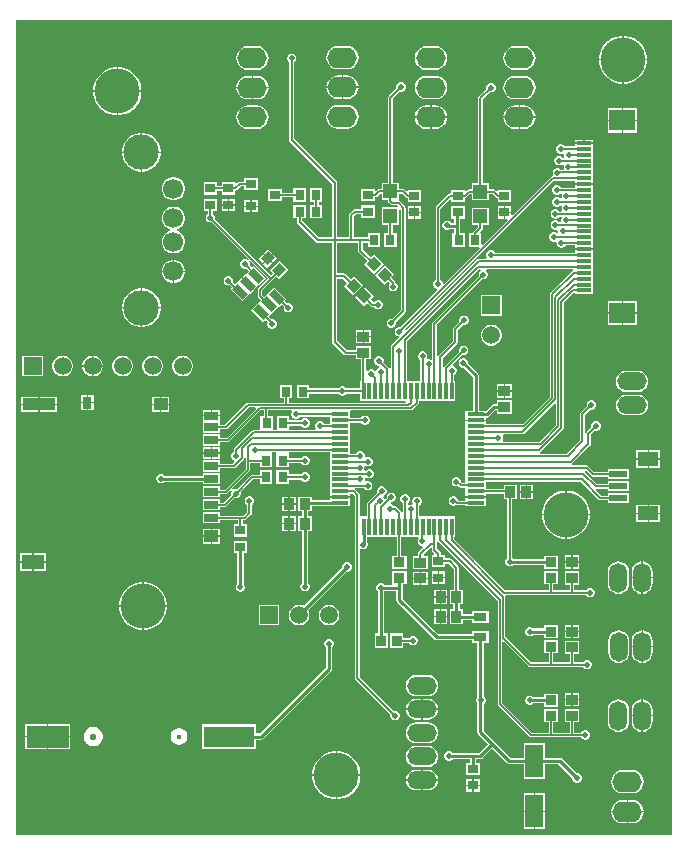
<source format=gbr>
%TF.GenerationSoftware,Altium Limited,Altium Designer,23.3.1 (30)*%
G04 Layer_Physical_Order=1*
G04 Layer_Color=255*
%FSLAX25Y25*%
%MOIN*%
%TF.SameCoordinates,70BEFA69-D3B7-480D-BB84-950A8577B244*%
%TF.FilePolarity,Positive*%
%TF.FileFunction,Copper,L1,Top,Signal*%
%TF.Part,Single*%
G01*
G75*
%TA.AperFunction,SMDPad,CuDef*%
%ADD10R,0.06299X0.11024*%
%ADD11R,0.03740X0.03347*%
%ADD12R,0.08661X0.07087*%
%ADD13R,0.05118X0.01181*%
%ADD14R,0.03543X0.03150*%
%ADD15R,0.03150X0.03543*%
G04:AMPARAMS|DCode=16|XSize=47.24mil|YSize=23.62mil|CornerRadius=0mil|HoleSize=0mil|Usage=FLASHONLY|Rotation=315.000|XOffset=0mil|YOffset=0mil|HoleType=Round|Shape=Rectangle|*
%AMROTATEDRECTD16*
4,1,4,-0.02506,0.00835,-0.00835,0.02506,0.02506,-0.00835,0.00835,-0.02506,-0.02506,0.00835,0.0*
%
%ADD16ROTATEDRECTD16*%

G04:AMPARAMS|DCode=17|XSize=35.43mil|YSize=31.5mil|CornerRadius=0mil|HoleSize=0mil|Usage=FLASHONLY|Rotation=45.000|XOffset=0mil|YOffset=0mil|HoleType=Round|Shape=Rectangle|*
%AMROTATEDRECTD17*
4,1,4,-0.00139,-0.02366,-0.02366,-0.00139,0.00139,0.02366,0.02366,0.00139,-0.00139,-0.02366,0.0*
%
%ADD17ROTATEDRECTD17*%

%TA.AperFunction,ConnectorPad*%
%ADD18R,0.04724X0.02756*%
%ADD19R,0.04724X0.03937*%
%ADD20R,0.03150X0.03937*%
%ADD21R,0.11024X0.03937*%
%ADD22R,0.07480X0.05118*%
%TA.AperFunction,SMDPad,CuDef*%
%ADD23R,0.03543X0.03937*%
%ADD24R,0.03937X0.03543*%
%ADD25R,0.03543X0.03150*%
%ADD26R,0.04449X0.02992*%
%TA.AperFunction,ConnectorPad*%
%ADD27R,0.13858X0.07362*%
%ADD28R,0.17008X0.07165*%
%TA.AperFunction,SMDPad,CuDef*%
G04:AMPARAMS|DCode=29|XSize=37.4mil|YSize=33.47mil|CornerRadius=0mil|HoleSize=0mil|Usage=FLASHONLY|Rotation=225.000|XOffset=0mil|YOffset=0mil|HoleType=Round|Shape=Rectangle|*
%AMROTATEDRECTD29*
4,1,4,0.00139,0.02506,0.02506,0.00139,-0.00139,-0.02506,-0.02506,-0.00139,0.00139,0.02506,0.0*
%
%ADD29ROTATEDRECTD29*%

%ADD30R,0.03347X0.03740*%
%TA.AperFunction,ConnectorPad*%
%ADD31R,0.06102X0.02362*%
%ADD32R,0.07087X0.04724*%
%TA.AperFunction,SMDPad,CuDef*%
%ADD33R,0.01181X0.05807*%
%ADD34R,0.05807X0.01181*%
%ADD35R,0.04724X0.04724*%
%TA.AperFunction,Conductor*%
%ADD36C,0.00500*%
%ADD37C,0.01000*%
%ADD38C,0.00800*%
%TA.AperFunction,ComponentPad*%
%ADD39C,0.05906*%
%ADD40R,0.05906X0.05906*%
%ADD41C,0.06693*%
%ADD42C,0.11811*%
%ADD43R,0.05906X0.05906*%
%ADD44O,0.09843X0.05906*%
%ADD45C,0.02284*%
%ADD46C,0.01772*%
%ADD47O,0.05906X0.09843*%
%ADD48C,0.15000*%
%ADD49O,0.09843X0.06890*%
%TA.AperFunction,ViaPad*%
%ADD50C,0.01968*%
G36*
X549197Y193803D02*
X330803D01*
Y465197D01*
X549197D01*
Y193803D01*
D02*
G37*
%LPC*%
G36*
X533788Y460100D02*
X533250D01*
Y452350D01*
X541000D01*
Y452888D01*
X540693Y454433D01*
X540090Y455889D01*
X539214Y457200D01*
X538100Y458314D01*
X536789Y459190D01*
X535333Y459793D01*
X533788Y460100D01*
D02*
G37*
G36*
X532750D02*
X532212D01*
X530666Y459793D01*
X529211Y459190D01*
X527900Y458314D01*
X526786Y457200D01*
X525911Y455889D01*
X525307Y454433D01*
X525000Y452888D01*
Y452350D01*
X532750D01*
Y460100D01*
D02*
G37*
G36*
X440976Y456821D02*
X438024D01*
X436994Y456686D01*
X436034Y456288D01*
X435210Y455656D01*
X434578Y454832D01*
X434180Y453872D01*
X434045Y452843D01*
X434180Y451813D01*
X434578Y450853D01*
X435210Y450029D01*
X436034Y449397D01*
X436994Y448999D01*
X438024Y448864D01*
X440976D01*
X442006Y448999D01*
X442966Y449397D01*
X443790Y450029D01*
X444422Y450853D01*
X444820Y451813D01*
X444955Y452843D01*
X444820Y453872D01*
X444422Y454832D01*
X443790Y455656D01*
X442966Y456288D01*
X442006Y456686D01*
X440976Y456821D01*
D02*
G37*
G36*
X499976Y456664D02*
X497024D01*
X495994Y456528D01*
X495034Y456131D01*
X494210Y455499D01*
X493578Y454674D01*
X493180Y453715D01*
X493045Y452685D01*
X493180Y451655D01*
X493578Y450696D01*
X494210Y449871D01*
X495034Y449239D01*
X495994Y448842D01*
X497024Y448706D01*
X499976D01*
X501006Y448842D01*
X501966Y449239D01*
X502790Y449871D01*
X503422Y450696D01*
X503820Y451655D01*
X503955Y452685D01*
X503820Y453715D01*
X503422Y454674D01*
X502790Y455499D01*
X501966Y456131D01*
X501006Y456528D01*
X499976Y456664D01*
D02*
G37*
G36*
X470476D02*
X467524D01*
X466494Y456528D01*
X465534Y456131D01*
X464710Y455499D01*
X464078Y454674D01*
X463680Y453715D01*
X463545Y452685D01*
X463680Y451655D01*
X464078Y450696D01*
X464710Y449871D01*
X465534Y449239D01*
X466494Y448842D01*
X467524Y448706D01*
X470476D01*
X471506Y448842D01*
X472466Y449239D01*
X473290Y449871D01*
X473922Y450696D01*
X474320Y451655D01*
X474455Y452685D01*
X474320Y453715D01*
X473922Y454674D01*
X473290Y455499D01*
X472466Y456131D01*
X471506Y456528D01*
X470476Y456664D01*
D02*
G37*
G36*
X410976D02*
X408024D01*
X406994Y456528D01*
X406034Y456131D01*
X405210Y455499D01*
X404578Y454674D01*
X404180Y453715D01*
X404045Y452685D01*
X404180Y451655D01*
X404578Y450696D01*
X405210Y449871D01*
X406034Y449239D01*
X406994Y448842D01*
X408024Y448706D01*
X410976D01*
X412006Y448842D01*
X412966Y449239D01*
X413790Y449871D01*
X414422Y450696D01*
X414820Y451655D01*
X414955Y452685D01*
X414820Y453715D01*
X414422Y454674D01*
X413790Y455499D01*
X412966Y456131D01*
X412006Y456528D01*
X410976Y456664D01*
D02*
G37*
G36*
X541000Y451850D02*
X533250D01*
Y444100D01*
X533788D01*
X535333Y444407D01*
X536789Y445011D01*
X538100Y445886D01*
X539214Y447000D01*
X540090Y448311D01*
X540693Y449766D01*
X541000Y451312D01*
Y451850D01*
D02*
G37*
G36*
X532750D02*
X525000D01*
Y451312D01*
X525307Y449766D01*
X525911Y448311D01*
X526786Y447000D01*
X527900Y445886D01*
X529211Y445011D01*
X530666Y444407D01*
X532212Y444100D01*
X532750D01*
Y451850D01*
D02*
G37*
G36*
X440976Y446979D02*
X439750D01*
Y443250D01*
X444922D01*
X444820Y444030D01*
X444422Y444989D01*
X443790Y445814D01*
X442966Y446446D01*
X442006Y446843D01*
X440976Y446979D01*
D02*
G37*
G36*
X439250D02*
X438024D01*
X436994Y446843D01*
X436034Y446446D01*
X435210Y445814D01*
X434578Y444989D01*
X434180Y444030D01*
X434078Y443250D01*
X439250D01*
Y446979D01*
D02*
G37*
G36*
X410976Y446821D02*
X409750D01*
Y443092D01*
X414922D01*
X414820Y443872D01*
X414422Y444832D01*
X413790Y445656D01*
X412966Y446288D01*
X412006Y446686D01*
X410976Y446821D01*
D02*
G37*
G36*
X409250D02*
X408024D01*
X406994Y446686D01*
X406034Y446288D01*
X405210Y445656D01*
X404578Y444832D01*
X404180Y443872D01*
X404078Y443092D01*
X409250D01*
Y446821D01*
D02*
G37*
G36*
X365288Y449600D02*
X364750D01*
Y441850D01*
X372500D01*
Y442388D01*
X372193Y443933D01*
X371589Y445389D01*
X370714Y446700D01*
X369600Y447814D01*
X368289Y448690D01*
X366833Y449293D01*
X365288Y449600D01*
D02*
G37*
G36*
X364250D02*
X363712D01*
X362167Y449293D01*
X360711Y448690D01*
X359400Y447814D01*
X358286Y446700D01*
X357411Y445389D01*
X356807Y443933D01*
X356500Y442388D01*
Y441850D01*
X364250D01*
Y449600D01*
D02*
G37*
G36*
X459313Y444575D02*
X458687D01*
X458108Y444335D01*
X457665Y443892D01*
X457425Y443313D01*
Y442687D01*
X457478Y442559D01*
X454959Y440041D01*
X454794Y439793D01*
X454735Y439500D01*
Y411130D01*
X452638D01*
Y409032D01*
X451768D01*
X451768Y409032D01*
X451475Y408974D01*
X451227Y408808D01*
X450734Y408315D01*
X450272Y408506D01*
Y409075D01*
X445728D01*
Y404925D01*
X450272D01*
Y406235D01*
X450500D01*
X450793Y406293D01*
X451041Y406459D01*
X452084Y407503D01*
X452638D01*
Y405406D01*
X454735D01*
Y405000D01*
X454794Y404707D01*
X454959Y404459D01*
X455559Y403859D01*
X455807Y403693D01*
X456100Y403635D01*
X457776D01*
X458012Y403336D01*
X457802Y402862D01*
X452638D01*
Y397138D01*
X454735D01*
Y394272D01*
X453425D01*
Y389728D01*
X457575D01*
Y394272D01*
X456265D01*
Y397138D01*
X458362D01*
Y402052D01*
X458862Y402310D01*
X459035Y402187D01*
Y368517D01*
X456241Y365722D01*
X456113Y365775D01*
X455487D01*
X454908Y365535D01*
X454465Y365092D01*
X454225Y364513D01*
Y363887D01*
X454465Y363308D01*
X454908Y362865D01*
X455487Y362625D01*
X456113D01*
X456692Y362865D01*
X457135Y363308D01*
X457375Y363887D01*
Y364513D01*
X457322Y364641D01*
X460341Y367659D01*
X460341Y367659D01*
X460506Y367907D01*
X460565Y368200D01*
Y402800D01*
X460506Y403093D01*
X460341Y403341D01*
X458741Y404941D01*
X458628Y405016D01*
X458362Y405406D01*
Y407503D01*
X459415D01*
X460703Y406215D01*
X460703Y406215D01*
X460952Y406049D01*
X461228Y405994D01*
Y404681D01*
X465772D01*
Y408831D01*
X461228D01*
Y408506D01*
X460766Y408315D01*
X460273Y408808D01*
X460025Y408974D01*
X459732Y409032D01*
X458362D01*
Y411130D01*
X456265D01*
Y439183D01*
X458559Y441478D01*
X458687Y441425D01*
X459313D01*
X459892Y441665D01*
X460335Y442108D01*
X460575Y442687D01*
Y443313D01*
X460335Y443892D01*
X459892Y444335D01*
X459313Y444575D01*
D02*
G37*
G36*
X422841Y454136D02*
X422215D01*
X421636Y453897D01*
X421193Y453454D01*
X420953Y452875D01*
Y452248D01*
X421193Y451670D01*
X421610Y451252D01*
Y425274D01*
X421680Y424923D01*
X421879Y424625D01*
X435982Y410522D01*
Y392918D01*
X431680D01*
X426162Y398436D01*
Y399228D01*
X427319D01*
Y403772D01*
X423169D01*
Y399228D01*
X424327D01*
Y398056D01*
X424396Y397705D01*
X424595Y397407D01*
X430651Y391351D01*
X430949Y391152D01*
X431300Y391082D01*
X435982D01*
Y380000D01*
Y358100D01*
X436052Y357749D01*
X436251Y357451D01*
X439877Y353825D01*
X440175Y353626D01*
X440526Y353557D01*
X444031D01*
Y352228D01*
X445582D01*
Y345085D01*
X445441D01*
Y342618D01*
X440809D01*
X440392Y343035D01*
X439813Y343275D01*
X439187D01*
X438608Y343035D01*
X438191Y342618D01*
X428331D01*
Y343772D01*
X424181D01*
Y339228D01*
X428331D01*
Y340782D01*
X438191D01*
X438608Y340365D01*
X439187Y340125D01*
X439813D01*
X440392Y340365D01*
X440809Y340782D01*
X445441D01*
Y338278D01*
X448250D01*
Y341681D01*
X448750D01*
Y338278D01*
X453528D01*
Y338278D01*
X455283D01*
Y338278D01*
X460402D01*
X460669Y337778D01*
X460660Y337765D01*
X421509D01*
Y339228D01*
X422819D01*
Y343772D01*
X418669D01*
Y339228D01*
X419979D01*
Y337765D01*
X408000D01*
X407707Y337706D01*
X407459Y337541D01*
X400400Y330481D01*
X398669D01*
Y333207D01*
X395807D01*
X392945D01*
Y331579D01*
Y327839D01*
X398669D01*
Y328952D01*
X400716D01*
X401009Y329010D01*
X401257Y329176D01*
X408317Y336235D01*
X410349D01*
X410541Y335773D01*
X400918Y326150D01*
X398669D01*
Y327264D01*
X392945D01*
Y323508D01*
X398669D01*
Y324621D01*
X401235D01*
X401527Y324679D01*
X401775Y324845D01*
X412165Y335235D01*
X413235D01*
Y333272D01*
X412169D01*
Y328728D01*
X411676Y328713D01*
X409949D01*
X409656Y328655D01*
X409408Y328489D01*
X403459Y322541D01*
X403294Y322293D01*
X403235Y322000D01*
Y321388D01*
X403108Y321335D01*
X402665Y320892D01*
X402425Y320313D01*
Y319687D01*
X402665Y319108D01*
X403108Y318665D01*
X403355Y318563D01*
X403472Y317973D01*
X402988Y317489D01*
X398669D01*
Y318602D01*
X392945D01*
Y314846D01*
X398669D01*
Y315960D01*
X403305D01*
X403598Y316018D01*
X403846Y316184D01*
X406541Y318879D01*
X406706Y319127D01*
X406735Y319272D01*
X407235Y319222D01*
Y315817D01*
X400246Y308828D01*
X398669D01*
Y309941D01*
X392945D01*
Y306185D01*
X398669D01*
Y307298D01*
X400563D01*
X400856Y307357D01*
X401104Y307522D01*
X402300Y308719D01*
X402665Y308392D01*
X402425Y307813D01*
Y307187D01*
X402478Y307059D01*
X399916Y304497D01*
X398669D01*
Y305610D01*
X392945D01*
Y301854D01*
X398669D01*
Y302968D01*
X400232D01*
X400525Y303026D01*
X400773Y303192D01*
X403559Y305978D01*
X403687Y305925D01*
X404313D01*
X404892Y306165D01*
X405335Y306608D01*
X405575Y307187D01*
Y307813D01*
X405522Y307941D01*
X409817Y312235D01*
X411925D01*
Y310728D01*
X416075D01*
Y315272D01*
X411925D01*
Y313765D01*
X409500D01*
X409207Y313706D01*
X408959Y313541D01*
X404441Y309022D01*
X404313Y309075D01*
X403687D01*
X403108Y308835D01*
X402781Y309200D01*
X408541Y314959D01*
X408707Y315207D01*
X408765Y315500D01*
Y317735D01*
X411925D01*
Y316228D01*
X416075D01*
Y320772D01*
X416075D01*
X416110Y321257D01*
X417402D01*
X417437Y320772D01*
X417437Y320757D01*
Y316228D01*
X421587D01*
Y317582D01*
X425691D01*
X426108Y317165D01*
X426687Y316925D01*
X427313D01*
X427892Y317165D01*
X428335Y317608D01*
X428575Y318187D01*
Y318813D01*
X428335Y319392D01*
X427892Y319835D01*
X427313Y320075D01*
X426687D01*
X426108Y319835D01*
X425691Y319418D01*
X421587D01*
Y320757D01*
X421587Y320772D01*
X421622Y321257D01*
X435301D01*
Y317016D01*
Y313291D01*
X435301D01*
Y311110D01*
X435301D01*
Y309142D01*
Y306545D01*
X438705D01*
X442108D01*
Y307499D01*
X442919D01*
X443735Y306683D01*
Y246000D01*
X443793Y245707D01*
X443959Y245459D01*
X455478Y233941D01*
X455425Y233813D01*
Y233187D01*
X455665Y232608D01*
X456108Y232165D01*
X456687Y231925D01*
X457313D01*
X457892Y232165D01*
X458335Y232608D01*
X458575Y233187D01*
Y233813D01*
X458335Y234392D01*
X457892Y234835D01*
X457313Y235075D01*
X456687D01*
X456559Y235022D01*
X445265Y246317D01*
Y288855D01*
X445765Y289100D01*
X446187Y288925D01*
X446813D01*
X447392Y289165D01*
X447835Y289608D01*
X448075Y290187D01*
Y290813D01*
X447835Y291392D01*
X447535Y291692D01*
Y293096D01*
X453315D01*
Y293096D01*
X455496D01*
Y293096D01*
X457578D01*
Y286732D01*
X456130D01*
Y282386D01*
X460870D01*
Y286732D01*
X459107D01*
Y293096D01*
X464662D01*
X464869Y292597D01*
X464773Y292500D01*
X464534Y291921D01*
Y291295D01*
X464773Y290716D01*
X465216Y290273D01*
X465795Y290034D01*
X466029D01*
X466236Y289533D01*
X464851Y288149D01*
X464652Y287851D01*
X464582Y287500D01*
Y286772D01*
X463031D01*
Y282228D01*
X467969D01*
Y286772D01*
X466777D01*
X466569Y287272D01*
X468736Y289438D01*
X469236Y289231D01*
Y288846D01*
X469306Y288495D01*
X469505Y288198D01*
X470127Y287575D01*
X469920Y287075D01*
X469228D01*
Y282925D01*
X473772D01*
Y284082D01*
X474920D01*
X476582Y282420D01*
Y275468D01*
X475228D01*
Y270532D01*
X476480D01*
Y268969D01*
X475228D01*
Y264032D01*
X479772D01*
Y265425D01*
X482776D01*
Y264449D01*
X488224D01*
Y268441D01*
X482776D01*
Y267464D01*
X479772D01*
Y268969D01*
X478520D01*
Y270532D01*
X479772D01*
Y275468D01*
X478418D01*
Y282800D01*
X478348Y283151D01*
X478149Y283449D01*
X475949Y285649D01*
X475651Y285848D01*
X475300Y285918D01*
X473772D01*
Y287075D01*
X472418D01*
Y287500D01*
X472348Y287851D01*
X472149Y288149D01*
X471071Y289227D01*
Y291201D01*
X471571Y291352D01*
X471581Y291337D01*
X491235Y271683D01*
Y237500D01*
X491293Y237207D01*
X491459Y236959D01*
X501959Y226459D01*
X502207Y226293D01*
X502500Y226235D01*
X519112D01*
X519165Y226108D01*
X519608Y225665D01*
X520187Y225425D01*
X520813D01*
X521392Y225665D01*
X521835Y226108D01*
X522075Y226687D01*
Y227313D01*
X521835Y227892D01*
X521392Y228335D01*
X520813Y228575D01*
X520187D01*
X519608Y228335D01*
X519165Y227892D01*
X519112Y227765D01*
X516765D01*
Y231228D01*
X518469D01*
Y235772D01*
X513531D01*
Y231228D01*
X515235D01*
Y227765D01*
X509765D01*
Y231268D01*
X511370D01*
Y235614D01*
X506630D01*
Y231268D01*
X508235D01*
Y227765D01*
X502817D01*
X492765Y237817D01*
Y258001D01*
X493227Y258192D01*
X501459Y249959D01*
X501707Y249794D01*
X502000Y249735D01*
X519612D01*
X519665Y249608D01*
X520108Y249165D01*
X520687Y248925D01*
X521313D01*
X521892Y249165D01*
X522335Y249608D01*
X522575Y250187D01*
Y250813D01*
X522335Y251392D01*
X521892Y251835D01*
X521313Y252075D01*
X520687D01*
X520108Y251835D01*
X519665Y251392D01*
X519612Y251265D01*
X516765D01*
Y253913D01*
X518469D01*
Y258457D01*
X513531D01*
Y253913D01*
X515235D01*
Y251265D01*
X509765D01*
Y254209D01*
X511370D01*
Y258555D01*
X506630D01*
Y254209D01*
X508235D01*
Y251265D01*
X502317D01*
X493765Y259817D01*
Y273000D01*
X493765Y273000D01*
X493718Y273235D01*
X493749Y273354D01*
X494012Y273735D01*
X520612D01*
X520665Y273608D01*
X521108Y273165D01*
X521687Y272925D01*
X522313D01*
X522892Y273165D01*
X523335Y273608D01*
X523575Y274187D01*
Y274813D01*
X523335Y275392D01*
X522892Y275835D01*
X522313Y276075D01*
X521687D01*
X521108Y275835D01*
X520665Y275392D01*
X520612Y275265D01*
X516765D01*
Y277071D01*
X518469D01*
Y281614D01*
X513531D01*
Y277071D01*
X515235D01*
Y275265D01*
X509765D01*
Y277327D01*
X511370D01*
Y281673D01*
X506630D01*
Y277327D01*
X508235D01*
Y275265D01*
X493817D01*
X476824Y292258D01*
Y293096D01*
X477150D01*
Y299903D01*
X469063D01*
Y299903D01*
X468435D01*
Y296500D01*
X467935D01*
Y299903D01*
X467307D01*
Y299903D01*
X465013D01*
Y303434D01*
X465266Y303539D01*
X465709Y303982D01*
X465949Y304561D01*
Y305187D01*
X465709Y305766D01*
X465266Y306209D01*
X464687Y306449D01*
X464061D01*
X463482Y306209D01*
X463039Y305766D01*
X462799Y305187D01*
Y304561D01*
X462954Y304187D01*
X462593Y303795D01*
X461966D01*
X461757Y303709D01*
X461304Y303989D01*
X461293Y304334D01*
X461309Y304382D01*
X461735Y304808D01*
X461975Y305387D01*
Y306013D01*
X461735Y306592D01*
X461292Y307035D01*
X460713Y307275D01*
X460087D01*
X459508Y307035D01*
X459065Y306592D01*
X458825Y306013D01*
Y305387D01*
X459065Y304808D01*
X459508Y304365D01*
X459591Y304331D01*
Y301289D01*
X459091Y301240D01*
X459049Y301450D01*
X458883Y301698D01*
X457541Y303041D01*
X457293Y303206D01*
X457000Y303265D01*
X456888D01*
X456835Y303392D01*
X456392Y303835D01*
X455813Y304075D01*
X455809D01*
X455578Y304575D01*
X455621Y304625D01*
X456113D01*
X456692Y304865D01*
X457135Y305308D01*
X457375Y305887D01*
Y306513D01*
X457135Y307092D01*
X456692Y307535D01*
X456113Y307775D01*
X455487D01*
X454908Y307535D01*
X454465Y307092D01*
X454225Y306513D01*
Y306051D01*
X453899Y305748D01*
X453781Y305764D01*
X453364Y305921D01*
X453335Y305992D01*
X453081Y306246D01*
X453178Y306817D01*
X453494Y306948D01*
X453937Y307391D01*
X454177Y307969D01*
Y308596D01*
X453937Y309175D01*
X453494Y309618D01*
X452915Y309858D01*
X452289D01*
X451710Y309618D01*
X451267Y309175D01*
X451027Y308596D01*
Y307969D01*
X451080Y307842D01*
X447959Y304721D01*
X447793Y304473D01*
X447735Y304181D01*
Y299903D01*
X445441D01*
X445265Y300330D01*
Y307000D01*
X445206Y307293D01*
X445041Y307541D01*
X445041Y307541D01*
X443777Y308804D01*
X443632Y308902D01*
X443729Y309401D01*
X446485D01*
X446565Y309208D01*
X447008Y308765D01*
X447587Y308525D01*
X448213D01*
X448792Y308765D01*
X449235Y309208D01*
X449475Y309787D01*
Y310413D01*
X449235Y310992D01*
X448792Y311435D01*
X448213Y311675D01*
X447587D01*
X447274Y311545D01*
X446874Y311887D01*
Y312514D01*
X447220Y312986D01*
X447374Y312998D01*
X447608Y312765D01*
X448187Y312525D01*
X448813D01*
X449392Y312765D01*
X449835Y313208D01*
X450075Y313787D01*
Y314413D01*
X449835Y314992D01*
X449392Y315435D01*
X448813Y315675D01*
X448187D01*
X447608Y315435D01*
X447316Y315143D01*
X447024Y315155D01*
X446708Y315624D01*
X446775Y315787D01*
Y316403D01*
X446942Y316584D01*
X447183Y316734D01*
X447687Y316525D01*
X448313D01*
X448892Y316765D01*
X449335Y317208D01*
X449575Y317787D01*
Y318413D01*
X449335Y318992D01*
X448892Y319435D01*
X448313Y319675D01*
X447687D01*
X447351Y319536D01*
X447198Y319609D01*
X446899Y319879D01*
Y320378D01*
X446659Y320956D01*
X446216Y321399D01*
X445637Y321639D01*
X445011D01*
X444432Y321399D01*
X443989Y320956D01*
X443938Y320834D01*
X442108D01*
Y325102D01*
X442108D01*
Y326858D01*
X442108D01*
Y331128D01*
X445615D01*
X445665Y331008D01*
X446108Y330565D01*
X446687Y330325D01*
X447313D01*
X447892Y330565D01*
X448335Y331008D01*
X448575Y331587D01*
Y332213D01*
X448335Y332792D01*
X447892Y333235D01*
X447313Y333475D01*
X446687D01*
X446108Y333235D01*
X445665Y332792D01*
X445609Y332658D01*
X442108D01*
Y334945D01*
X442488Y335235D01*
X462500D01*
X462793Y335294D01*
X463041Y335459D01*
X464789Y337207D01*
X464955Y337455D01*
X465013Y337748D01*
Y338278D01*
X467307D01*
Y338278D01*
X469063D01*
Y338278D01*
X477150D01*
Y345085D01*
X476794D01*
Y347124D01*
X476892Y347165D01*
X477335Y347608D01*
X477575Y348187D01*
Y348813D01*
X477335Y349392D01*
X476892Y349835D01*
X476490Y350002D01*
X476318Y350537D01*
X479459Y353678D01*
X479587Y353625D01*
X480213D01*
X480792Y353865D01*
X481235Y354308D01*
X481475Y354887D01*
Y355513D01*
X481235Y356092D01*
X480792Y356535D01*
X480213Y356775D01*
X479587D01*
X479008Y356535D01*
X478565Y356092D01*
X478325Y355513D01*
Y354887D01*
X478378Y354759D01*
X473550Y349931D01*
X473384Y349683D01*
X472887Y349746D01*
Y352705D01*
X477641Y357459D01*
X477641Y357459D01*
X477807Y357707D01*
X477865Y358000D01*
Y361983D01*
X479559Y363678D01*
X479687Y363625D01*
X480313D01*
X480892Y363865D01*
X481335Y364308D01*
X481575Y364887D01*
Y365513D01*
X481335Y366092D01*
X480892Y366535D01*
X480313Y366775D01*
X479687D01*
X479108Y366535D01*
X478665Y366092D01*
X478425Y365513D01*
Y364887D01*
X478478Y364759D01*
X476559Y362841D01*
X476394Y362593D01*
X476335Y362300D01*
Y358317D01*
X471581Y353563D01*
X471416Y353315D01*
X470918Y353377D01*
Y363837D01*
X486059Y378978D01*
X486187Y378925D01*
X486813D01*
X487392Y379165D01*
X487835Y379608D01*
X488075Y380187D01*
Y380813D01*
X487835Y381392D01*
X487429Y381798D01*
X487447Y381969D01*
X487580Y382298D01*
X516239D01*
X516302Y381801D01*
X516054Y381635D01*
X516054Y381635D01*
X508959Y374541D01*
X508793Y374293D01*
X508735Y374000D01*
Y339817D01*
X499601Y330682D01*
X487289D01*
Y331636D01*
X483886D01*
X480482D01*
Y330795D01*
Y326858D01*
X480482D01*
Y325102D01*
X480482D01*
Y320953D01*
Y317016D01*
Y313079D01*
X480482D01*
Y311323D01*
X480482D01*
Y310997D01*
X479355D01*
X479075Y311277D01*
Y311813D01*
X478835Y312392D01*
X478392Y312835D01*
X477813Y313075D01*
X477187D01*
X476608Y312835D01*
X476165Y312392D01*
X475925Y311813D01*
Y311187D01*
X476165Y310608D01*
X476608Y310165D01*
X477187Y309925D01*
X477813D01*
X478132Y310057D01*
X478498Y309692D01*
X478746Y309526D01*
X479038Y309468D01*
X479038Y309468D01*
X480482D01*
Y306545D01*
X483886D01*
X487289D01*
Y307346D01*
X493228D01*
Y305532D01*
X494319D01*
Y286046D01*
X493965Y285692D01*
X493725Y285113D01*
Y284487D01*
X493965Y283908D01*
X494408Y283465D01*
X494987Y283225D01*
X495613D01*
X496192Y283465D01*
X496326Y283598D01*
X506630D01*
Y282445D01*
X511370D01*
Y286791D01*
X506630D01*
Y285638D01*
X496658D01*
X496635Y285692D01*
X496192Y286135D01*
X496154Y286151D01*
Y305532D01*
X497772D01*
Y310469D01*
X493228D01*
Y309181D01*
X487289D01*
Y311110D01*
X487289D01*
Y311436D01*
X518983D01*
X524959Y305459D01*
X525207Y305293D01*
X525500Y305235D01*
X527949D01*
Y304319D01*
X535051D01*
Y307681D01*
X527949D01*
Y306765D01*
X525817D01*
X523883Y308698D01*
X524016Y309048D01*
X524116Y309172D01*
X527949D01*
Y308256D01*
X535051D01*
Y311618D01*
X527949D01*
Y310702D01*
X524380D01*
X520417Y314664D01*
X520424Y314879D01*
X520527Y315208D01*
X520674Y315245D01*
X522585Y313333D01*
X522585Y313333D01*
X522833Y313168D01*
X523126Y313109D01*
X527949D01*
Y312193D01*
X535051D01*
Y315555D01*
X527949D01*
Y314639D01*
X523443D01*
X521403Y316679D01*
X521155Y316844D01*
X520862Y316902D01*
X515962D01*
X515899Y317400D01*
X516147Y317566D01*
X522041Y323459D01*
X522206Y323707D01*
X522265Y324000D01*
Y327183D01*
X523559Y328478D01*
X523687Y328425D01*
X524313D01*
X524892Y328665D01*
X525335Y329108D01*
X525575Y329687D01*
Y330313D01*
X525335Y330892D01*
X524892Y331335D01*
X524313Y331575D01*
X523687D01*
X523108Y331335D01*
X522665Y330892D01*
X522425Y330313D01*
Y329687D01*
X522478Y329559D01*
X520959Y328041D01*
X520793Y327793D01*
X520765Y327648D01*
X520265Y327697D01*
Y333683D01*
X522059Y335478D01*
X522187Y335425D01*
X522813D01*
X523392Y335665D01*
X523835Y336108D01*
X524075Y336687D01*
Y337313D01*
X523835Y337892D01*
X523392Y338335D01*
X522813Y338575D01*
X522187D01*
X521608Y338335D01*
X521165Y337892D01*
X520925Y337313D01*
Y336687D01*
X520978Y336559D01*
X518959Y334541D01*
X518793Y334293D01*
X518735Y334000D01*
Y325317D01*
X514258Y320840D01*
X505399D01*
X505336Y321337D01*
X505584Y321503D01*
X513041Y328959D01*
X513206Y329207D01*
X513265Y329500D01*
Y371183D01*
X516441Y374359D01*
X516941Y374268D01*
Y374098D01*
X523059D01*
Y378035D01*
Y381972D01*
Y385910D01*
Y388719D01*
X520000D01*
X516941D01*
Y387765D01*
X490388D01*
X490335Y387892D01*
X489892Y388335D01*
X489313Y388575D01*
X488687D01*
X488108Y388335D01*
X487665Y387892D01*
X487425Y387313D01*
Y386687D01*
X487587Y386296D01*
X487323Y385796D01*
X485032D01*
X484739Y385738D01*
X484491Y385572D01*
X460915Y361996D01*
X460362Y362151D01*
X460337Y362255D01*
X509907Y411826D01*
X516941D01*
Y410872D01*
X520000D01*
X523059D01*
Y413469D01*
Y417406D01*
Y421343D01*
Y424152D01*
X520000D01*
X516941D01*
Y423198D01*
X513574D01*
X513535Y423292D01*
X513092Y423735D01*
X512513Y423975D01*
X511887D01*
X511308Y423735D01*
X510865Y423292D01*
X510625Y422713D01*
Y422087D01*
X510865Y421508D01*
X511308Y421065D01*
X511887Y420825D01*
X512513D01*
X512967Y421013D01*
X513173Y420923D01*
X513315Y420823D01*
X513425Y420703D01*
Y420187D01*
X513491Y420028D01*
X513453Y419864D01*
X513197Y419513D01*
X512920Y419507D01*
X512592Y419835D01*
X512013Y420075D01*
X511387D01*
X510808Y419835D01*
X510365Y419392D01*
X510125Y418813D01*
Y418187D01*
X510365Y417608D01*
X510808Y417165D01*
X511387Y416925D01*
X512013D01*
X512592Y417165D01*
X512822Y417395D01*
X512915Y417372D01*
X513225Y416813D01*
Y416187D01*
X513388Y415794D01*
X513125Y415294D01*
X512476D01*
X512435Y415392D01*
X511992Y415835D01*
X511413Y416075D01*
X510787D01*
X510208Y415835D01*
X509765Y415392D01*
X509525Y414813D01*
Y414187D01*
X509662Y413855D01*
X509647Y413746D01*
X509411Y413334D01*
X509386Y413315D01*
X509298Y413297D01*
X509050Y413131D01*
X496234Y400315D01*
X495772Y400506D01*
Y400994D01*
X493750D01*
Y399169D01*
X494435D01*
X494626Y398707D01*
X486293Y390374D01*
X485831Y390565D01*
Y394272D01*
X485506D01*
X485315Y394734D01*
X486041Y395459D01*
X486041Y395459D01*
X486206Y395707D01*
X486265Y396000D01*
X486265Y396000D01*
Y397004D01*
X488362D01*
Y402728D01*
X482638D01*
Y397004D01*
X484735D01*
Y396317D01*
X483215Y394797D01*
X483049Y394549D01*
X482994Y394272D01*
X481681D01*
Y389728D01*
X484994D01*
X485185Y389266D01*
X473375Y377456D01*
X472875Y377613D01*
X472635Y378192D01*
X472192Y378635D01*
X472065Y378688D01*
Y402383D01*
X475228Y405547D01*
X475728Y405340D01*
Y404681D01*
X480272D01*
Y405994D01*
X480548Y406049D01*
X480797Y406215D01*
X481951Y407369D01*
X482638D01*
Y405272D01*
X488362D01*
Y407369D01*
X489549D01*
X490703Y406215D01*
X490951Y406049D01*
X491228Y405994D01*
Y404681D01*
X495772D01*
Y408831D01*
X491228D01*
Y408506D01*
X490766Y408315D01*
X490407Y408675D01*
X490159Y408840D01*
X489866Y408898D01*
X488362D01*
Y410996D01*
X486265D01*
Y438993D01*
X488538Y441266D01*
X488665Y441213D01*
X489292D01*
X489870Y441453D01*
X490313Y441896D01*
X490553Y442475D01*
Y443101D01*
X490313Y443680D01*
X489870Y444123D01*
X489292Y444363D01*
X488665D01*
X488086Y444123D01*
X487643Y443680D01*
X487403Y443101D01*
Y442475D01*
X487456Y442347D01*
X484959Y439850D01*
X484794Y439602D01*
X484735Y439310D01*
Y410996D01*
X482638D01*
Y408898D01*
X481634D01*
X481634Y408899D01*
X481341Y408840D01*
X481093Y408675D01*
X481093Y408674D01*
X480734Y408315D01*
X480272Y408506D01*
Y408831D01*
X475728D01*
Y407521D01*
X475356D01*
X475063Y407462D01*
X474815Y407297D01*
X470759Y403241D01*
X470594Y402993D01*
X470535Y402700D01*
Y378688D01*
X470408Y378635D01*
X469965Y378192D01*
X469725Y377613D01*
Y376987D01*
X469965Y376408D01*
X470408Y375965D01*
X470987Y375725D01*
X471144Y375225D01*
X458941Y363022D01*
X458813Y363075D01*
X458187D01*
X457608Y362835D01*
X457165Y362392D01*
X456925Y361813D01*
Y361187D01*
X457165Y360608D01*
X457608Y360165D01*
X458187Y359925D01*
X458344Y359425D01*
X455833Y356915D01*
X455667Y356667D01*
X455609Y356374D01*
Y349267D01*
X455112Y349204D01*
X454946Y349452D01*
X453127Y351271D01*
X453180Y351399D01*
Y352025D01*
X452940Y352604D01*
X452497Y353047D01*
X451918Y353287D01*
X451292D01*
X450713Y353047D01*
X450270Y352604D01*
X450030Y352025D01*
Y351399D01*
X450270Y350820D01*
X450713Y350377D01*
X451292Y350137D01*
X451703D01*
X451802Y349637D01*
X451365Y349456D01*
X450922Y349013D01*
X450775Y348659D01*
X450232Y348510D01*
X450215Y348512D01*
X449992Y348735D01*
X449413Y348975D01*
X448787D01*
X448208Y348735D01*
X447918Y348445D01*
X447418Y348652D01*
Y352228D01*
X448969D01*
Y356772D01*
X444031D01*
Y355392D01*
X440906D01*
X437818Y358480D01*
Y379082D01*
X439620D01*
X441005Y377697D01*
X439978Y376670D01*
X443051Y373597D01*
X446403Y376949D01*
X443330Y380022D01*
X442303Y378995D01*
X440649Y380649D01*
X440351Y380848D01*
X440000Y380918D01*
X437818D01*
Y391082D01*
X444577D01*
Y388506D01*
X444646Y388155D01*
X444845Y387857D01*
X447814Y384888D01*
X446787Y383861D01*
X449861Y380787D01*
X453213Y384139D01*
X450139Y387213D01*
X449112Y386186D01*
X446412Y388886D01*
Y391082D01*
X447913D01*
Y389728D01*
X452063D01*
Y394272D01*
X447913D01*
Y392918D01*
X443418D01*
Y399920D01*
X444068Y400571D01*
X445728D01*
Y399413D01*
X450272D01*
Y403563D01*
X445728D01*
Y402406D01*
X443688D01*
X443337Y402336D01*
X443039Y402137D01*
X441851Y400949D01*
X441652Y400651D01*
X441582Y400300D01*
Y392918D01*
X437818D01*
Y410902D01*
X437748Y411253D01*
X437549Y411551D01*
X423446Y425654D01*
Y451252D01*
X423863Y451670D01*
X424103Y452248D01*
Y452875D01*
X423863Y453454D01*
X423420Y453897D01*
X422841Y454136D01*
D02*
G37*
G36*
X444922Y442750D02*
X439750D01*
Y439021D01*
X440976D01*
X442006Y439157D01*
X442966Y439554D01*
X443790Y440187D01*
X444422Y441011D01*
X444820Y441970D01*
X444922Y442750D01*
D02*
G37*
G36*
X439250D02*
X434078D01*
X434180Y441970D01*
X434578Y441011D01*
X435210Y440187D01*
X436034Y439554D01*
X436994Y439157D01*
X438024Y439021D01*
X439250D01*
Y442750D01*
D02*
G37*
G36*
X499976Y446821D02*
X497024D01*
X495994Y446686D01*
X495034Y446288D01*
X494210Y445656D01*
X493578Y444832D01*
X493180Y443872D01*
X493045Y442842D01*
X493180Y441813D01*
X493578Y440853D01*
X494210Y440029D01*
X495034Y439397D01*
X495994Y438999D01*
X497024Y438864D01*
X499976D01*
X501006Y438999D01*
X501966Y439397D01*
X502790Y440029D01*
X503422Y440853D01*
X503820Y441813D01*
X503955Y442842D01*
X503820Y443872D01*
X503422Y444832D01*
X502790Y445656D01*
X501966Y446288D01*
X501006Y446686D01*
X499976Y446821D01*
D02*
G37*
G36*
X470476D02*
X467524D01*
X466494Y446686D01*
X465534Y446288D01*
X464710Y445656D01*
X464078Y444832D01*
X463680Y443872D01*
X463545Y442842D01*
X463680Y441813D01*
X464078Y440853D01*
X464710Y440029D01*
X465534Y439397D01*
X466494Y438999D01*
X467524Y438864D01*
X470476D01*
X471506Y438999D01*
X472466Y439397D01*
X473290Y440029D01*
X473922Y440853D01*
X474320Y441813D01*
X474455Y442842D01*
X474320Y443872D01*
X473922Y444832D01*
X473290Y445656D01*
X472466Y446288D01*
X471506Y446686D01*
X470476Y446821D01*
D02*
G37*
G36*
X414922Y442592D02*
X409750D01*
Y438864D01*
X410976D01*
X412006Y438999D01*
X412966Y439397D01*
X413790Y440029D01*
X414422Y440853D01*
X414820Y441813D01*
X414922Y442592D01*
D02*
G37*
G36*
X409250D02*
X404078D01*
X404180Y441813D01*
X404578Y440853D01*
X405210Y440029D01*
X406034Y439397D01*
X406994Y438999D01*
X408024Y438864D01*
X409250D01*
Y442592D01*
D02*
G37*
G36*
X372500Y441350D02*
X364750D01*
Y433600D01*
X365288D01*
X366833Y433907D01*
X368289Y434511D01*
X369600Y435386D01*
X370714Y436500D01*
X371589Y437811D01*
X372193Y439266D01*
X372500Y440812D01*
Y441350D01*
D02*
G37*
G36*
X364250D02*
X356500D01*
Y440812D01*
X356807Y439266D01*
X357411Y437811D01*
X358286Y436500D01*
X359400Y435386D01*
X360711Y434511D01*
X362167Y433907D01*
X363712Y433600D01*
X364250D01*
Y441350D01*
D02*
G37*
G36*
X499976Y436979D02*
X498750D01*
Y433250D01*
X503922D01*
X503820Y434030D01*
X503422Y434990D01*
X502790Y435814D01*
X501966Y436446D01*
X501006Y436843D01*
X499976Y436979D01*
D02*
G37*
G36*
X470476D02*
X469250D01*
Y433250D01*
X474422D01*
X474320Y434030D01*
X473922Y434990D01*
X473290Y435814D01*
X472466Y436446D01*
X471506Y436843D01*
X470476Y436979D01*
D02*
G37*
G36*
X498250D02*
X497024D01*
X495994Y436843D01*
X495034Y436446D01*
X494210Y435814D01*
X493578Y434990D01*
X493180Y434030D01*
X493078Y433250D01*
X498250D01*
Y436979D01*
D02*
G37*
G36*
X468750D02*
X467524D01*
X466494Y436843D01*
X465534Y436446D01*
X464710Y435814D01*
X464078Y434990D01*
X463680Y434030D01*
X463578Y433250D01*
X468750D01*
Y436979D01*
D02*
G37*
G36*
X537626Y435925D02*
X533045D01*
Y432132D01*
X537626D01*
Y435925D01*
D02*
G37*
G36*
X532545D02*
X527965D01*
Y432132D01*
X532545D01*
Y435925D01*
D02*
G37*
G36*
X440976Y437136D02*
X438024D01*
X436994Y437001D01*
X436034Y436603D01*
X435210Y435971D01*
X434578Y435147D01*
X434180Y434187D01*
X434045Y433157D01*
X434180Y432128D01*
X434578Y431168D01*
X435210Y430344D01*
X436034Y429712D01*
X436994Y429314D01*
X438024Y429179D01*
X440976D01*
X442006Y429314D01*
X442966Y429712D01*
X443790Y430344D01*
X444422Y431168D01*
X444820Y432128D01*
X444955Y433157D01*
X444820Y434187D01*
X444422Y435147D01*
X443790Y435971D01*
X442966Y436603D01*
X442006Y437001D01*
X440976Y437136D01*
D02*
G37*
G36*
X503922Y432750D02*
X498750D01*
Y429021D01*
X499976D01*
X501006Y429157D01*
X501966Y429554D01*
X502790Y430187D01*
X503422Y431010D01*
X503820Y431970D01*
X503922Y432750D01*
D02*
G37*
G36*
X498250D02*
X493078D01*
X493180Y431970D01*
X493578Y431010D01*
X494210Y430187D01*
X495034Y429554D01*
X495994Y429157D01*
X497024Y429021D01*
X498250D01*
Y432750D01*
D02*
G37*
G36*
X474422D02*
X469250D01*
Y429021D01*
X470476D01*
X471506Y429157D01*
X472466Y429554D01*
X473290Y430187D01*
X473922Y431010D01*
X474320Y431970D01*
X474422Y432750D01*
D02*
G37*
G36*
X468750D02*
X463578D01*
X463680Y431970D01*
X464078Y431010D01*
X464710Y430187D01*
X465534Y429554D01*
X466494Y429157D01*
X467524Y429021D01*
X468750D01*
Y432750D01*
D02*
G37*
G36*
X410976Y436979D02*
X408024D01*
X406994Y436843D01*
X406034Y436446D01*
X405210Y435814D01*
X404578Y434990D01*
X404180Y434030D01*
X404045Y433000D01*
X404180Y431970D01*
X404578Y431010D01*
X405210Y430187D01*
X406034Y429554D01*
X406994Y429157D01*
X408024Y429021D01*
X410976D01*
X412006Y429157D01*
X412966Y429554D01*
X413790Y430187D01*
X414422Y431010D01*
X414820Y431970D01*
X414955Y433000D01*
X414820Y434030D01*
X414422Y434990D01*
X413790Y435814D01*
X412966Y436446D01*
X412006Y436843D01*
X410976Y436979D01*
D02*
G37*
G36*
X537626Y431632D02*
X533045D01*
Y427839D01*
X537626D01*
Y431632D01*
D02*
G37*
G36*
X532545D02*
X527965D01*
Y427839D01*
X532545D01*
Y431632D01*
D02*
G37*
G36*
X523059Y425492D02*
X520250D01*
Y424652D01*
X523059D01*
Y425492D01*
D02*
G37*
G36*
X519750D02*
X516941D01*
Y424652D01*
X519750D01*
Y425492D01*
D02*
G37*
G36*
X373131Y427638D02*
X372750D01*
Y421482D01*
X378906D01*
Y421863D01*
X378659Y423101D01*
X378176Y424266D01*
X377476Y425316D01*
X376583Y426208D01*
X375534Y426909D01*
X374368Y427392D01*
X373131Y427638D01*
D02*
G37*
G36*
X372250D02*
X371869D01*
X370632Y427392D01*
X369466Y426909D01*
X368417Y426208D01*
X367525Y425316D01*
X366824Y424266D01*
X366341Y423101D01*
X366094Y421863D01*
Y421482D01*
X372250D01*
Y427638D01*
D02*
G37*
G36*
X378906Y420982D02*
X372750D01*
Y414827D01*
X373131D01*
X374368Y415073D01*
X375534Y415556D01*
X376583Y416257D01*
X377476Y417149D01*
X378176Y418198D01*
X378659Y419364D01*
X378906Y420601D01*
Y420982D01*
D02*
G37*
G36*
X372250D02*
X366094D01*
Y420601D01*
X366341Y419364D01*
X366824Y418198D01*
X367525Y417149D01*
X368417Y416257D01*
X369466Y415556D01*
X370632Y415073D01*
X371869Y414827D01*
X372250D01*
Y420982D01*
D02*
G37*
G36*
X411335Y412815D02*
X406791D01*
Y411505D01*
X405240D01*
X405240Y411505D01*
X404948Y411447D01*
X404699Y411281D01*
X404699Y411281D01*
X404234Y410815D01*
X403772Y411006D01*
Y411331D01*
X399228D01*
Y410021D01*
X397772D01*
Y411331D01*
X393228D01*
Y407181D01*
X397772D01*
Y408491D01*
X399228D01*
Y407181D01*
X403772D01*
Y408494D01*
X404048Y408549D01*
X404297Y408715D01*
X405557Y409975D01*
X406791D01*
Y408665D01*
X411335D01*
Y412815D01*
D02*
G37*
G36*
X523059Y410372D02*
X520000D01*
X516941D01*
Y409442D01*
X512297D01*
X512235Y409592D01*
X511792Y410035D01*
X511213Y410275D01*
X510587D01*
X510008Y410035D01*
X509565Y409592D01*
X509325Y409013D01*
Y408387D01*
X509565Y407808D01*
X510008Y407365D01*
X510587Y407125D01*
X511213D01*
X511792Y407365D01*
X512029Y407602D01*
X512220Y407582D01*
X512539Y407046D01*
X512525Y407013D01*
Y406387D01*
X512212Y405837D01*
X512113Y405814D01*
X511892Y406035D01*
X511313Y406275D01*
X510687D01*
X510108Y406035D01*
X509665Y405592D01*
X509425Y405013D01*
Y404387D01*
X509665Y403808D01*
X510108Y403365D01*
X510687Y403125D01*
X511313D01*
X511892Y403365D01*
X512128Y403601D01*
X512278Y403623D01*
X512365Y403555D01*
X512578Y403041D01*
X512525Y402913D01*
Y402287D01*
X512653Y401979D01*
X512340Y401479D01*
X511861D01*
X511835Y401542D01*
X511392Y401985D01*
X510813Y402224D01*
X510187D01*
X509608Y401985D01*
X509165Y401542D01*
X508925Y400963D01*
Y400336D01*
X509165Y399758D01*
X509608Y399315D01*
X510187Y399075D01*
X510813D01*
X511392Y399315D01*
X511835Y399758D01*
X511908Y399933D01*
X512377Y399935D01*
X512606Y399450D01*
X512425Y399013D01*
Y398387D01*
X512429Y398378D01*
X512115Y397899D01*
X511931Y397895D01*
X511790Y397937D01*
X511392Y398335D01*
X510813Y398575D01*
X510187D01*
X509608Y398335D01*
X509165Y397892D01*
X508925Y397313D01*
Y396687D01*
X509165Y396108D01*
X509608Y395665D01*
X510187Y395425D01*
X510813D01*
X510963Y395487D01*
X511070Y395447D01*
X511425Y395138D01*
Y394687D01*
X511551Y394383D01*
X511127Y394100D01*
X510892Y394335D01*
X510313Y394575D01*
X509687D01*
X509108Y394335D01*
X508665Y393892D01*
X508425Y393313D01*
Y392687D01*
X508665Y392108D01*
X509108Y391665D01*
X509687Y391425D01*
X510313D01*
X510463Y391487D01*
X510570Y391447D01*
X510925Y391138D01*
Y390687D01*
X511165Y390108D01*
X511608Y389665D01*
X512187Y389425D01*
X512813D01*
X513392Y389665D01*
X513835Y390108D01*
X513875Y390204D01*
X516941D01*
Y389218D01*
X520000D01*
X523059D01*
Y389846D01*
Y393783D01*
Y397721D01*
Y401657D01*
Y405594D01*
Y409531D01*
Y410372D01*
D02*
G37*
G36*
X427319Y409272D02*
X423169D01*
Y407765D01*
X419209D01*
Y409075D01*
X414665D01*
Y404925D01*
X419209D01*
Y406235D01*
X423169D01*
Y404728D01*
X427319D01*
Y409272D01*
D02*
G37*
G36*
X383676Y412992D02*
X382663D01*
X381685Y412730D01*
X380807Y412224D01*
X380091Y411507D01*
X379585Y410630D01*
X379323Y409652D01*
Y408639D01*
X379585Y407661D01*
X380091Y406784D01*
X380807Y406068D01*
X381685Y405561D01*
X382663Y405299D01*
X383676D01*
X384654Y405561D01*
X385531Y406068D01*
X386247Y406784D01*
X386754Y407661D01*
X387016Y408639D01*
Y409652D01*
X386754Y410630D01*
X386247Y411507D01*
X385531Y412224D01*
X384654Y412730D01*
X383676Y412992D01*
D02*
G37*
G36*
X403772Y405819D02*
X401750D01*
Y403994D01*
X403772D01*
Y405819D01*
D02*
G37*
G36*
X401250D02*
X399228D01*
Y403994D01*
X401250D01*
Y405819D01*
D02*
G37*
G36*
X411335Y405335D02*
X409313D01*
Y403510D01*
X411335D01*
Y405335D01*
D02*
G37*
G36*
X408813D02*
X406791D01*
Y403510D01*
X408813D01*
Y405335D01*
D02*
G37*
G36*
X403772Y403494D02*
X401750D01*
Y401669D01*
X403772D01*
Y403494D01*
D02*
G37*
G36*
X401250D02*
X399228D01*
Y401669D01*
X401250D01*
Y403494D01*
D02*
G37*
G36*
X495772Y403319D02*
X493750D01*
Y401494D01*
X495772D01*
Y403319D01*
D02*
G37*
G36*
X493250D02*
X491228D01*
Y401494D01*
X493250D01*
Y403319D01*
D02*
G37*
G36*
X465772D02*
X463750D01*
Y401494D01*
X465772D01*
Y403319D01*
D02*
G37*
G36*
X463250D02*
X461228D01*
Y401494D01*
X463250D01*
Y403319D01*
D02*
G37*
G36*
X411335Y403010D02*
X409313D01*
Y401185D01*
X411335D01*
Y403010D01*
D02*
G37*
G36*
X408813D02*
X406791D01*
Y401185D01*
X408813D01*
Y403010D01*
D02*
G37*
G36*
X432831Y409272D02*
X428681D01*
Y404728D01*
X429991D01*
Y403772D01*
X428681D01*
Y399228D01*
X432831D01*
Y403772D01*
X431521D01*
Y404728D01*
X432831D01*
Y409272D01*
D02*
G37*
G36*
X493250Y400994D02*
X491228D01*
Y399169D01*
X493250D01*
Y400994D01*
D02*
G37*
G36*
X465772D02*
X463750D01*
Y399169D01*
X465772D01*
Y400994D01*
D02*
G37*
G36*
X463250D02*
X461228D01*
Y399169D01*
X463250D01*
Y400994D01*
D02*
G37*
G36*
X480272Y403319D02*
X475728D01*
Y399169D01*
X476780D01*
Y397764D01*
X475747D01*
X475735Y397792D01*
X475292Y398235D01*
X474713Y398475D01*
X474087D01*
X473508Y398235D01*
X473065Y397792D01*
X472825Y397213D01*
Y396587D01*
X473065Y396008D01*
X473508Y395565D01*
X474087Y395325D01*
X474713D01*
X475292Y395565D01*
X475452Y395725D01*
X476780D01*
Y394272D01*
X476169D01*
Y389728D01*
X480319D01*
Y394272D01*
X478820D01*
Y399169D01*
X480272D01*
Y403319D01*
D02*
G37*
G36*
X383676Y403150D02*
X382663D01*
X381685Y402887D01*
X380807Y402381D01*
X380091Y401665D01*
X379585Y400788D01*
X379323Y399810D01*
Y398797D01*
X379585Y397818D01*
X380091Y396941D01*
X380807Y396225D01*
X381685Y395719D01*
X382035Y395625D01*
Y395107D01*
X381685Y395013D01*
X380807Y394507D01*
X380091Y393791D01*
X379585Y392914D01*
X379323Y391935D01*
Y390923D01*
X379585Y389945D01*
X380091Y389067D01*
X380807Y388351D01*
X381685Y387845D01*
X382663Y387583D01*
X383676D01*
X384654Y387845D01*
X385531Y388351D01*
X386247Y389067D01*
X386754Y389945D01*
X387016Y390923D01*
Y391935D01*
X386754Y392914D01*
X386247Y393791D01*
X385531Y394507D01*
X384654Y395013D01*
X384304Y395107D01*
Y395625D01*
X384654Y395719D01*
X385531Y396225D01*
X386247Y396941D01*
X386754Y397818D01*
X387016Y398797D01*
Y399810D01*
X386754Y400788D01*
X386247Y401665D01*
X385531Y402381D01*
X384654Y402887D01*
X383676Y403150D01*
D02*
G37*
G36*
X414742Y388971D02*
X413312Y387541D01*
X414603Y386251D01*
X416032Y387681D01*
X414742Y388971D01*
D02*
G37*
G36*
X397772Y405819D02*
X393228D01*
Y401669D01*
X394735D01*
Y400888D01*
X394608Y400835D01*
X394165Y400392D01*
X393925Y399813D01*
Y399187D01*
X394165Y398608D01*
X394608Y398165D01*
X395187Y397925D01*
X395813D01*
X395941Y397978D01*
X408219Y385700D01*
X407892Y385335D01*
X407313Y385575D01*
X406687D01*
X406108Y385335D01*
X405665Y384892D01*
X405425Y384313D01*
Y383687D01*
X405665Y383108D01*
X406108Y382665D01*
X406687Y382425D01*
X407313D01*
X407441Y382478D01*
X408206Y381713D01*
X407539Y381046D01*
X407185Y380693D01*
X407099Y380606D01*
X406173Y379680D01*
X408197Y377657D01*
X410221Y375633D01*
X411146Y376558D01*
X411500Y376912D01*
X411586Y376998D01*
X413877Y379289D01*
X409830Y383337D01*
X409287Y382794D01*
X408522Y383559D01*
X408575Y383687D01*
Y384313D01*
X408335Y384892D01*
X408700Y385219D01*
X414669Y379250D01*
X411459Y376041D01*
X411294Y375793D01*
X411235Y375500D01*
Y373500D01*
X411294Y373207D01*
X411459Y372959D01*
X412415Y372003D01*
X411854Y371442D01*
X411500Y371088D01*
X411414Y371002D01*
X409123Y368711D01*
X413170Y364663D01*
X413818Y365311D01*
X414540Y364590D01*
X414425Y364313D01*
Y363687D01*
X414665Y363108D01*
X415108Y362665D01*
X415687Y362425D01*
X416313D01*
X416892Y362665D01*
X417335Y363108D01*
X417575Y363687D01*
Y364313D01*
X417335Y364892D01*
X416892Y365335D01*
X416313Y365575D01*
X415717D01*
X414900Y366392D01*
X415461Y366954D01*
X415815Y367307D01*
X415901Y367394D01*
X418106Y369599D01*
X418192Y369685D01*
X418546Y370039D01*
X419213Y370706D01*
X419978Y369941D01*
X419925Y369813D01*
Y369187D01*
X420165Y368608D01*
X420608Y368165D01*
X421187Y367925D01*
X421813D01*
X422392Y368165D01*
X422835Y368608D01*
X423075Y369187D01*
Y369813D01*
X422835Y370392D01*
X422392Y370835D01*
X421813Y371075D01*
X421187D01*
X421059Y371022D01*
X420294Y371787D01*
X420837Y372330D01*
X416789Y376377D01*
X414498Y374086D01*
X414412Y374000D01*
X414058Y373646D01*
X413497Y373085D01*
X412765Y373817D01*
Y375183D01*
X416541Y378959D01*
X417434Y379853D01*
X418361Y378927D01*
X421573Y382139D01*
X418639Y385073D01*
X415427Y381861D01*
X416353Y380934D01*
X415750Y380331D01*
X397022Y399059D01*
X397075Y399187D01*
Y399813D01*
X396835Y400392D01*
X396392Y400835D01*
X396265Y400888D01*
Y401669D01*
X397772D01*
Y405819D01*
D02*
G37*
G36*
X416386Y387327D02*
X414956Y385897D01*
X416246Y384607D01*
X417676Y386037D01*
X416386Y387327D01*
D02*
G37*
G36*
X412959Y387188D02*
X411529Y385758D01*
X412819Y384468D01*
X414249Y385897D01*
X412959Y387188D01*
D02*
G37*
G36*
X414603Y385544D02*
X413173Y384114D01*
X414463Y382824D01*
X415893Y384254D01*
X414603Y385544D01*
D02*
G37*
G36*
X383676Y385433D02*
X383419D01*
Y381837D01*
X387016D01*
Y382093D01*
X386754Y383071D01*
X386247Y383948D01*
X385531Y384665D01*
X384654Y385171D01*
X383676Y385433D01*
D02*
G37*
G36*
X382919D02*
X382663D01*
X381685Y385171D01*
X380807Y384665D01*
X380091Y383948D01*
X379585Y383071D01*
X379323Y382093D01*
Y381837D01*
X382919D01*
Y385433D01*
D02*
G37*
G36*
X387016Y381337D02*
X383419D01*
Y377740D01*
X383676D01*
X384654Y378002D01*
X385531Y378509D01*
X386247Y379225D01*
X386754Y380102D01*
X387016Y381080D01*
Y381337D01*
D02*
G37*
G36*
X382919D02*
X379323D01*
Y381080D01*
X379585Y380102D01*
X380091Y379225D01*
X380807Y378509D01*
X381685Y378002D01*
X382663Y377740D01*
X382919D01*
Y381337D01*
D02*
G37*
G36*
X453758Y383594D02*
X450406Y380242D01*
X453480Y377168D01*
X454673Y378361D01*
X455403Y377630D01*
X455165Y377392D01*
X454925Y376813D01*
Y376187D01*
X455165Y375608D01*
X455608Y375165D01*
X456187Y374925D01*
X456813D01*
X457392Y375165D01*
X457835Y375608D01*
X458075Y376187D01*
Y376813D01*
X457835Y377392D01*
X457392Y377835D01*
X457058Y377973D01*
X457038Y378077D01*
X456872Y378325D01*
X456872Y378325D01*
X455754Y379443D01*
X456832Y380520D01*
X453758Y383594D01*
D02*
G37*
G36*
X401813Y380075D02*
X401187D01*
X400608Y379835D01*
X400165Y379392D01*
X399925Y378813D01*
Y378187D01*
X400165Y377608D01*
X400608Y377165D01*
X401187Y376925D01*
X401813D01*
X401941Y376978D01*
X402705Y376213D01*
X402163Y375670D01*
X406211Y371623D01*
X408502Y373914D01*
X408588Y374000D01*
X408942Y374354D01*
X409867Y375279D01*
X407843Y377303D01*
X405820Y379327D01*
X404894Y378401D01*
X404808Y378315D01*
X404454Y377961D01*
X403787Y377294D01*
X403022Y378059D01*
X403075Y378187D01*
Y378813D01*
X402835Y379392D01*
X402392Y379835D01*
X401813Y380075D01*
D02*
G37*
G36*
X373131Y375905D02*
X372750D01*
Y369750D01*
X378906D01*
Y370131D01*
X378659Y371368D01*
X378176Y372534D01*
X377476Y373583D01*
X376583Y374476D01*
X375534Y375177D01*
X374368Y375659D01*
X373131Y375905D01*
D02*
G37*
G36*
X372250D02*
X371869D01*
X370632Y375659D01*
X369466Y375177D01*
X368417Y374476D01*
X367525Y373583D01*
X366824Y372534D01*
X366341Y371368D01*
X366094Y370131D01*
Y369750D01*
X372250D01*
Y375905D01*
D02*
G37*
G36*
X446949Y376403D02*
X443597Y373051D01*
X446670Y369978D01*
X447806Y371113D01*
X448959Y369959D01*
X449207Y369794D01*
X449500Y369735D01*
X450112D01*
X450165Y369608D01*
X450608Y369165D01*
X451187Y368925D01*
X451813D01*
X452392Y369165D01*
X452835Y369608D01*
X453075Y370187D01*
Y370813D01*
X452835Y371392D01*
X452392Y371835D01*
X451813Y372075D01*
X451187D01*
X450608Y371835D01*
X450165Y371392D01*
X449650Y371431D01*
X448887Y372195D01*
X450022Y373330D01*
X446949Y376403D01*
D02*
G37*
G36*
X537626Y371752D02*
X533045D01*
Y367959D01*
X537626D01*
Y371752D01*
D02*
G37*
G36*
X532545D02*
X527965D01*
Y367959D01*
X532545D01*
Y371752D01*
D02*
G37*
G36*
X492553Y373753D02*
X485647D01*
Y366847D01*
X492553D01*
Y373753D01*
D02*
G37*
G36*
X537626Y367459D02*
X533045D01*
Y363665D01*
X537626D01*
Y367459D01*
D02*
G37*
G36*
X532545D02*
X527965D01*
Y363665D01*
X532545D01*
Y367459D01*
D02*
G37*
G36*
X378906Y369250D02*
X372750D01*
Y363094D01*
X373131D01*
X374368Y363341D01*
X375534Y363824D01*
X376583Y364525D01*
X377476Y365417D01*
X378176Y366466D01*
X378659Y367632D01*
X378906Y368869D01*
Y369250D01*
D02*
G37*
G36*
X372250D02*
X366094D01*
Y368869D01*
X366341Y367632D01*
X366824Y366466D01*
X367525Y365417D01*
X368417Y364525D01*
X369466Y363824D01*
X370632Y363341D01*
X371869Y363094D01*
X372250D01*
Y369250D01*
D02*
G37*
G36*
X448969Y362087D02*
X446750D01*
Y360065D01*
X448969D01*
Y362087D01*
D02*
G37*
G36*
X446250D02*
X444031D01*
Y360065D01*
X446250D01*
Y362087D01*
D02*
G37*
G36*
X448969Y359565D02*
X446750D01*
Y357543D01*
X448969D01*
Y359565D01*
D02*
G37*
G36*
X446250D02*
X444031D01*
Y357543D01*
X446250D01*
Y359565D01*
D02*
G37*
G36*
X489555Y363753D02*
X488645D01*
X487767Y363517D01*
X486980Y363063D01*
X486337Y362420D01*
X485883Y361633D01*
X485647Y360755D01*
Y359845D01*
X485883Y358967D01*
X486337Y358180D01*
X486980Y357537D01*
X487767Y357083D01*
X488645Y356847D01*
X489555D01*
X490433Y357083D01*
X491220Y357537D01*
X491863Y358180D01*
X492317Y358967D01*
X492553Y359845D01*
Y360755D01*
X492317Y361633D01*
X491863Y362420D01*
X491220Y363063D01*
X490433Y363517D01*
X489555Y363753D01*
D02*
G37*
G36*
X356655Y353453D02*
X356450D01*
Y350250D01*
X359653D01*
Y350455D01*
X359418Y351333D01*
X358963Y352120D01*
X358320Y352763D01*
X357533Y353218D01*
X356655Y353453D01*
D02*
G37*
G36*
X355950D02*
X355745D01*
X354867Y353218D01*
X354080Y352763D01*
X353437Y352120D01*
X352982Y351333D01*
X352747Y350455D01*
Y350250D01*
X355950D01*
Y353453D01*
D02*
G37*
G36*
X386655D02*
X385745D01*
X384867Y353218D01*
X384080Y352763D01*
X383437Y352120D01*
X382982Y351333D01*
X382747Y350455D01*
Y349545D01*
X382982Y348667D01*
X383437Y347880D01*
X384080Y347237D01*
X384867Y346782D01*
X385745Y346547D01*
X386655D01*
X387533Y346782D01*
X388320Y347237D01*
X388963Y347880D01*
X389418Y348667D01*
X389653Y349545D01*
Y350455D01*
X389418Y351333D01*
X388963Y352120D01*
X388320Y352763D01*
X387533Y353218D01*
X386655Y353453D01*
D02*
G37*
G36*
X376655D02*
X375745D01*
X374867Y353218D01*
X374080Y352763D01*
X373437Y352120D01*
X372983Y351333D01*
X372747Y350455D01*
Y349545D01*
X372983Y348667D01*
X373437Y347880D01*
X374080Y347237D01*
X374867Y346782D01*
X375745Y346547D01*
X376655D01*
X377533Y346782D01*
X378320Y347237D01*
X378963Y347880D01*
X379417Y348667D01*
X379653Y349545D01*
Y350455D01*
X379417Y351333D01*
X378963Y352120D01*
X378320Y352763D01*
X377533Y353218D01*
X376655Y353453D01*
D02*
G37*
G36*
X366655D02*
X365745D01*
X364867Y353218D01*
X364080Y352763D01*
X363437Y352120D01*
X362983Y351333D01*
X362747Y350455D01*
Y349545D01*
X362983Y348667D01*
X363437Y347880D01*
X364080Y347237D01*
X364867Y346782D01*
X365745Y346547D01*
X366655D01*
X367533Y346782D01*
X368320Y347237D01*
X368963Y347880D01*
X369418Y348667D01*
X369653Y349545D01*
Y350455D01*
X369418Y351333D01*
X368963Y352120D01*
X368320Y352763D01*
X367533Y353218D01*
X366655Y353453D01*
D02*
G37*
G36*
X359653Y349750D02*
X356450D01*
Y346547D01*
X356655D01*
X357533Y346782D01*
X358320Y347237D01*
X358963Y347880D01*
X359418Y348667D01*
X359653Y349545D01*
Y349750D01*
D02*
G37*
G36*
X355950D02*
X352747D01*
Y349545D01*
X352982Y348667D01*
X353437Y347880D01*
X354080Y347237D01*
X354867Y346782D01*
X355745Y346547D01*
X355950D01*
Y349750D01*
D02*
G37*
G36*
X346655Y353453D02*
X345745D01*
X344867Y353218D01*
X344080Y352763D01*
X343437Y352120D01*
X342983Y351333D01*
X342747Y350455D01*
Y349545D01*
X342983Y348667D01*
X343437Y347880D01*
X344080Y347237D01*
X344867Y346782D01*
X345745Y346547D01*
X346655D01*
X347533Y346782D01*
X348320Y347237D01*
X348963Y347880D01*
X349417Y348667D01*
X349653Y349545D01*
Y350455D01*
X349417Y351333D01*
X348963Y352120D01*
X348320Y352763D01*
X347533Y353218D01*
X346655Y353453D01*
D02*
G37*
G36*
X339653D02*
X332747D01*
Y346547D01*
X339653D01*
Y353453D01*
D02*
G37*
G36*
X495968Y343929D02*
X493750D01*
Y341908D01*
X495968D01*
Y343929D01*
D02*
G37*
G36*
X493250D02*
X491032D01*
Y341908D01*
X493250D01*
Y343929D01*
D02*
G37*
G36*
X537968Y348357D02*
X534031D01*
X533130Y348238D01*
X532290Y347890D01*
X531569Y347337D01*
X531015Y346615D01*
X530668Y345775D01*
X530549Y344874D01*
X530668Y343973D01*
X531015Y343133D01*
X531569Y342411D01*
X532290Y341858D01*
X533130Y341510D01*
X534031Y341391D01*
X537968D01*
X538870Y341510D01*
X539710Y341858D01*
X540431Y342411D01*
X540984Y343133D01*
X541332Y343973D01*
X541451Y344874D01*
X541332Y345775D01*
X540984Y346615D01*
X540431Y347337D01*
X539710Y347890D01*
X538870Y348238D01*
X537968Y348357D01*
D02*
G37*
G36*
X495968Y341407D02*
X493750D01*
Y339386D01*
X495968D01*
Y341407D01*
D02*
G37*
G36*
X493250D02*
X491032D01*
Y339386D01*
X493250D01*
Y341407D01*
D02*
G37*
G36*
X356543Y340256D02*
X354718D01*
Y338037D01*
X356543D01*
Y340256D01*
D02*
G37*
G36*
X354219D02*
X352394D01*
Y338037D01*
X354219D01*
Y340256D01*
D02*
G37*
G36*
X344339Y339665D02*
X338577D01*
Y337447D01*
X344339D01*
Y339665D01*
D02*
G37*
G36*
X338077D02*
X332315D01*
Y337447D01*
X338077D01*
Y339665D01*
D02*
G37*
G36*
X381740D02*
X379128D01*
Y337447D01*
X381740D01*
Y339665D01*
D02*
G37*
G36*
X378628D02*
X376016D01*
Y337447D01*
X378628D01*
Y339665D01*
D02*
G37*
G36*
X356543Y337537D02*
X354718D01*
Y335319D01*
X356543D01*
Y337537D01*
D02*
G37*
G36*
X354219D02*
X352394D01*
Y335319D01*
X354219D01*
Y337537D01*
D02*
G37*
G36*
X381740Y336947D02*
X379128D01*
Y334728D01*
X381740D01*
Y336947D01*
D02*
G37*
G36*
X378628D02*
X376016D01*
Y334728D01*
X378628D01*
Y336947D01*
D02*
G37*
G36*
X344339Y336947D02*
X338577D01*
Y334728D01*
X344339D01*
Y336947D01*
D02*
G37*
G36*
X338077D02*
X332315D01*
Y334728D01*
X338077D01*
Y336947D01*
D02*
G37*
G36*
X480113Y352575D02*
X479487D01*
X478908Y352335D01*
X478465Y351892D01*
X478225Y351313D01*
Y350687D01*
X478465Y350108D01*
X478908Y349665D01*
X479487Y349425D01*
X479933D01*
X482866Y346492D01*
Y334945D01*
X480482D01*
Y332136D01*
X483886D01*
X487289D01*
Y332835D01*
X487554D01*
X487945Y332912D01*
X488275Y333133D01*
X490465Y335323D01*
X491032D01*
Y334071D01*
X495968D01*
Y338614D01*
X491032D01*
Y337362D01*
X490042D01*
X489652Y337284D01*
X489322Y337064D01*
X487203Y334945D01*
X484905D01*
Y346914D01*
X484828Y347304D01*
X484607Y347635D01*
X481375Y350867D01*
Y351313D01*
X481135Y351892D01*
X480692Y352335D01*
X480113Y352575D01*
D02*
G37*
G36*
X398669Y335335D02*
X396057D01*
Y333707D01*
X398669D01*
Y335335D01*
D02*
G37*
G36*
X395557D02*
X392945D01*
Y333707D01*
X395557D01*
Y335335D01*
D02*
G37*
G36*
X537968Y340482D02*
X534031D01*
X533130Y340364D01*
X532290Y340016D01*
X531569Y339462D01*
X531015Y338741D01*
X530668Y337901D01*
X530549Y337000D01*
X530668Y336099D01*
X531015Y335259D01*
X531569Y334538D01*
X532290Y333984D01*
X533130Y333636D01*
X534031Y333518D01*
X537968D01*
X538870Y333636D01*
X539710Y333984D01*
X540431Y334538D01*
X540984Y335259D01*
X541332Y336099D01*
X541451Y337000D01*
X541332Y337901D01*
X540984Y338741D01*
X540431Y339462D01*
X539710Y340016D01*
X538870Y340364D01*
X537968Y340482D01*
D02*
G37*
G36*
X398669Y322933D02*
X396057D01*
Y321305D01*
X398669D01*
Y322933D01*
D02*
G37*
G36*
X395557D02*
X392945D01*
Y321305D01*
X395557D01*
Y322933D01*
D02*
G37*
G36*
X545484Y321854D02*
X541691D01*
Y319242D01*
X545484D01*
Y321854D01*
D02*
G37*
G36*
X541191D02*
X537398D01*
Y319242D01*
X541191D01*
Y321854D01*
D02*
G37*
G36*
X398669Y320805D02*
X396057D01*
Y319177D01*
X398669D01*
Y320805D01*
D02*
G37*
G36*
X395557D02*
X392945D01*
Y319177D01*
X395557D01*
Y320805D01*
D02*
G37*
G36*
X545484Y318742D02*
X541691D01*
Y316130D01*
X545484D01*
Y318742D01*
D02*
G37*
G36*
X541191D02*
X537398D01*
Y316130D01*
X541191D01*
Y318742D01*
D02*
G37*
G36*
X398669Y314272D02*
X392945D01*
Y313466D01*
X380261D01*
X379892Y313835D01*
X379313Y314075D01*
X378687D01*
X378108Y313835D01*
X377665Y313392D01*
X377425Y312813D01*
Y312187D01*
X377665Y311608D01*
X378108Y311165D01*
X378687Y310925D01*
X379313D01*
X379892Y311165D01*
X380154Y311427D01*
X392945D01*
Y310516D01*
X398669D01*
Y314272D01*
D02*
G37*
G36*
X421587Y315272D02*
X417437D01*
Y310728D01*
X421587D01*
Y312082D01*
X425691D01*
X426108Y311665D01*
X426687Y311425D01*
X427313D01*
X427892Y311665D01*
X428335Y312108D01*
X428575Y312687D01*
Y313313D01*
X428335Y313892D01*
X427892Y314335D01*
X427313Y314575D01*
X426687D01*
X426108Y314335D01*
X425691Y313918D01*
X421587D01*
Y315272D01*
D02*
G37*
G36*
X503087Y310469D02*
X501065D01*
Y308250D01*
X503087D01*
Y310469D01*
D02*
G37*
G36*
X500565D02*
X498543D01*
Y308250D01*
X500565D01*
Y310469D01*
D02*
G37*
G36*
X503087Y307750D02*
X501065D01*
Y305532D01*
X503087D01*
Y307750D01*
D02*
G37*
G36*
X500565D02*
X498543D01*
Y305532D01*
X500565D01*
Y307750D01*
D02*
G37*
G36*
X423957Y306469D02*
X421935D01*
Y304250D01*
X423957D01*
Y306469D01*
D02*
G37*
G36*
X421435D02*
X419413D01*
Y304250D01*
X421435D01*
Y306469D01*
D02*
G37*
G36*
X476813Y306575D02*
X476187D01*
X475608Y306335D01*
X475165Y305892D01*
X474925Y305313D01*
Y304687D01*
X475165Y304108D01*
X475608Y303665D01*
X476187Y303425D01*
X476813D01*
X477282Y303620D01*
X477571Y303562D01*
X480482D01*
Y303236D01*
X487289D01*
Y306045D01*
X483886D01*
X480482D01*
Y305092D01*
X478075D01*
Y305313D01*
X477835Y305892D01*
X477392Y306335D01*
X476813Y306575D01*
D02*
G37*
G36*
X429272Y306469D02*
X424728D01*
Y301532D01*
X425980D01*
Y299969D01*
X424728D01*
Y295031D01*
X425980D01*
Y277708D01*
X425665Y277392D01*
X425425Y276813D01*
Y276187D01*
X425665Y275608D01*
X426108Y275165D01*
X426687Y274925D01*
X427313D01*
X427892Y275165D01*
X428335Y275608D01*
X428575Y276187D01*
Y276813D01*
X428335Y277392D01*
X428020Y277708D01*
Y295031D01*
X429272D01*
Y299969D01*
X428020D01*
Y301532D01*
X429272D01*
Y303307D01*
X435301D01*
Y303236D01*
X442108D01*
Y306045D01*
X438705D01*
X435301D01*
Y305346D01*
X429272D01*
Y306469D01*
D02*
G37*
G36*
X423957Y303750D02*
X421935D01*
Y301532D01*
X423957D01*
Y303750D01*
D02*
G37*
G36*
X421435D02*
X419413D01*
Y301532D01*
X421435D01*
Y303750D01*
D02*
G37*
G36*
X545484Y303744D02*
X541691D01*
Y301132D01*
X545484D01*
Y303744D01*
D02*
G37*
G36*
X541191D02*
X537398D01*
Y301132D01*
X541191D01*
Y303744D01*
D02*
G37*
G36*
X514788Y308500D02*
X514250D01*
Y300750D01*
X522000D01*
Y301288D01*
X521693Y302834D01*
X521090Y304289D01*
X520214Y305600D01*
X519100Y306714D01*
X517789Y307590D01*
X516333Y308193D01*
X514788Y308500D01*
D02*
G37*
G36*
X513750D02*
X513212D01*
X511666Y308193D01*
X510211Y307590D01*
X508900Y306714D01*
X507786Y305600D01*
X506911Y304289D01*
X506307Y302834D01*
X506000Y301288D01*
Y300750D01*
X513750D01*
Y308500D01*
D02*
G37*
G36*
X408813Y306575D02*
X408187D01*
X407608Y306335D01*
X407165Y305892D01*
X406925Y305313D01*
Y304687D01*
X407165Y304108D01*
X407608Y303665D01*
X407735Y303612D01*
Y301317D01*
X406585Y300166D01*
X398669D01*
Y301279D01*
X392945D01*
Y297524D01*
X398669D01*
Y298637D01*
X404735D01*
Y297331D01*
X403228D01*
Y293181D01*
X407772D01*
Y297331D01*
X406265D01*
Y298637D01*
X406902D01*
X407194Y298695D01*
X407442Y298861D01*
X409041Y300459D01*
X409206Y300707D01*
X409265Y301000D01*
Y303612D01*
X409392Y303665D01*
X409835Y304108D01*
X410075Y304687D01*
Y305313D01*
X409835Y305892D01*
X409392Y306335D01*
X408813Y306575D01*
D02*
G37*
G36*
X545484Y300632D02*
X541691D01*
Y298020D01*
X545484D01*
Y300632D01*
D02*
G37*
G36*
X541191D02*
X537398D01*
Y298020D01*
X541191D01*
Y300632D01*
D02*
G37*
G36*
X423957Y299969D02*
X421935D01*
Y297750D01*
X423957D01*
Y299969D01*
D02*
G37*
G36*
X421435D02*
X419413D01*
Y297750D01*
X421435D01*
Y299969D01*
D02*
G37*
G36*
X423957Y297250D02*
X421935D01*
Y295031D01*
X423957D01*
Y297250D01*
D02*
G37*
G36*
X421435D02*
X419413D01*
Y295031D01*
X421435D01*
Y297250D01*
D02*
G37*
G36*
X398669Y295768D02*
X396057D01*
Y293549D01*
X398669D01*
Y295768D01*
D02*
G37*
G36*
X395557D02*
X392945D01*
Y293549D01*
X395557D01*
Y295768D01*
D02*
G37*
G36*
X522000Y300250D02*
X514250D01*
Y292500D01*
X514788D01*
X516333Y292807D01*
X517789Y293410D01*
X519100Y294286D01*
X520214Y295400D01*
X521090Y296711D01*
X521693Y298166D01*
X522000Y299712D01*
Y300250D01*
D02*
G37*
G36*
X513750D02*
X506000D01*
Y299712D01*
X506307Y298166D01*
X506911Y296711D01*
X507786Y295400D01*
X508900Y294286D01*
X510211Y293410D01*
X511666Y292807D01*
X513212Y292500D01*
X513750D01*
Y300250D01*
D02*
G37*
G36*
X398669Y293049D02*
X396057D01*
Y290831D01*
X398669D01*
Y293049D01*
D02*
G37*
G36*
X395557D02*
X392945D01*
Y290831D01*
X395557D01*
Y293049D01*
D02*
G37*
G36*
X518469Y286929D02*
X516250D01*
Y284908D01*
X518469D01*
Y286929D01*
D02*
G37*
G36*
X515750D02*
X513531D01*
Y284908D01*
X515750D01*
Y286929D01*
D02*
G37*
G36*
X340598Y287697D02*
X336608D01*
Y284888D01*
X340598D01*
Y287697D01*
D02*
G37*
G36*
X336108D02*
X332118D01*
Y284888D01*
X336108D01*
Y287697D01*
D02*
G37*
G36*
X518469Y284407D02*
X516250D01*
Y282386D01*
X518469D01*
Y284407D01*
D02*
G37*
G36*
X515750D02*
X513531D01*
Y282386D01*
X515750D01*
Y284407D01*
D02*
G37*
G36*
X340598Y284388D02*
X336608D01*
Y281579D01*
X340598D01*
Y284388D01*
D02*
G37*
G36*
X336108D02*
X332118D01*
Y281579D01*
X336108D01*
Y284388D01*
D02*
G37*
G36*
X539624Y284918D02*
Y279750D01*
X542857D01*
Y281469D01*
X542738Y282370D01*
X542390Y283210D01*
X541837Y283931D01*
X541115Y284485D01*
X540275Y284832D01*
X539624Y284918D01*
D02*
G37*
G36*
X539124D02*
X538473Y284832D01*
X537633Y284485D01*
X536911Y283931D01*
X536358Y283210D01*
X536010Y282370D01*
X535891Y281469D01*
Y279750D01*
X539124D01*
Y284918D01*
D02*
G37*
G36*
X473772Y281563D02*
X471750D01*
Y279738D01*
X473772D01*
Y281563D01*
D02*
G37*
G36*
X471250D02*
X469228D01*
Y279738D01*
X471250D01*
Y281563D01*
D02*
G37*
G36*
X467969Y281457D02*
X465750D01*
Y279435D01*
X467969D01*
Y281457D01*
D02*
G37*
G36*
X465250D02*
X463031D01*
Y279435D01*
X465250D01*
Y281457D01*
D02*
G37*
G36*
X473772Y279238D02*
X471750D01*
Y277413D01*
X473772D01*
Y279238D01*
D02*
G37*
G36*
X471250D02*
X469228D01*
Y277413D01*
X471250D01*
Y279238D01*
D02*
G37*
G36*
X460870Y281614D02*
X456130D01*
Y277268D01*
X455691Y277120D01*
X453508D01*
X453192Y277435D01*
X452613Y277675D01*
X451987D01*
X451408Y277435D01*
X450965Y276992D01*
X450725Y276413D01*
Y275787D01*
X450965Y275208D01*
X451280Y274892D01*
Y260870D01*
X450268D01*
Y256130D01*
X454614D01*
Y260870D01*
X453320D01*
Y274892D01*
X453508Y275080D01*
X457480D01*
Y272000D01*
X457558Y271610D01*
X457779Y271279D01*
X470224Y258834D01*
X470555Y258613D01*
X470945Y258536D01*
X482776D01*
Y257559D01*
X484480D01*
Y239707D01*
X484265Y239492D01*
X484025Y238913D01*
Y238287D01*
X484265Y237708D01*
X484480Y237492D01*
Y228000D01*
X484558Y227610D01*
X484779Y227279D01*
X488058Y224000D01*
X485078Y221020D01*
X476207D01*
X475892Y221335D01*
X475313Y221575D01*
X474687D01*
X474108Y221335D01*
X473665Y220892D01*
X473425Y220313D01*
Y219687D01*
X473665Y219108D01*
X474108Y218665D01*
X474687Y218425D01*
X475313D01*
X475892Y218665D01*
X476207Y218980D01*
X481980D01*
Y217831D01*
X480728D01*
Y213681D01*
X485272D01*
Y217831D01*
X484020D01*
Y218980D01*
X485500D01*
X485890Y219058D01*
X486221Y219279D01*
X489500Y222558D01*
X494314Y217744D01*
X494645Y217523D01*
X495035Y217445D01*
X499850D01*
Y212453D01*
X507150D01*
Y217445D01*
X511465D01*
X516101Y212809D01*
Y212363D01*
X516341Y211784D01*
X516784Y211341D01*
X517362Y211102D01*
X517989D01*
X518568Y211341D01*
X519011Y211784D01*
X519250Y212363D01*
Y212990D01*
X519011Y213568D01*
X518568Y214011D01*
X517989Y214251D01*
X517543D01*
X512608Y219185D01*
X512278Y219407D01*
X511887Y219484D01*
X507150D01*
Y224476D01*
X499850D01*
Y219484D01*
X495458D01*
X490221Y224721D01*
X486520Y228422D01*
Y237293D01*
X486935Y237708D01*
X487175Y238287D01*
Y238913D01*
X486935Y239492D01*
X486520Y239908D01*
Y257559D01*
X488224D01*
Y261551D01*
X482776D01*
Y260575D01*
X471367D01*
X459520Y272422D01*
Y277268D01*
X460870D01*
Y281614D01*
D02*
G37*
G36*
X467969Y278935D02*
X465750D01*
Y276913D01*
X467969D01*
Y278935D01*
D02*
G37*
G36*
X465250D02*
X463031D01*
Y276913D01*
X465250D01*
Y278935D01*
D02*
G37*
G36*
X407772Y291819D02*
X403228D01*
Y287669D01*
X404480D01*
Y277408D01*
X404165Y277092D01*
X403925Y276513D01*
Y275887D01*
X404165Y275308D01*
X404608Y274865D01*
X405187Y274625D01*
X405813D01*
X406392Y274865D01*
X406835Y275308D01*
X407075Y275887D01*
Y276513D01*
X406835Y277092D01*
X406520Y277408D01*
Y287669D01*
X407772D01*
Y291819D01*
D02*
G37*
G36*
X542857Y279250D02*
X539624D01*
Y274082D01*
X540275Y274168D01*
X541115Y274516D01*
X541837Y275069D01*
X542390Y275790D01*
X542738Y276630D01*
X542857Y277532D01*
Y279250D01*
D02*
G37*
G36*
X539124D02*
X535891D01*
Y277532D01*
X536010Y276630D01*
X536358Y275790D01*
X536911Y275069D01*
X537633Y274516D01*
X538473Y274168D01*
X539124Y274082D01*
Y279250D01*
D02*
G37*
G36*
X531500Y284951D02*
X530599Y284832D01*
X529759Y284485D01*
X529038Y283931D01*
X528484Y283210D01*
X528136Y282370D01*
X528018Y281469D01*
Y277532D01*
X528136Y276630D01*
X528484Y275790D01*
X529038Y275069D01*
X529759Y274516D01*
X530599Y274168D01*
X531500Y274049D01*
X532401Y274168D01*
X533241Y274516D01*
X533962Y275069D01*
X534516Y275790D01*
X534864Y276630D01*
X534982Y277532D01*
Y281469D01*
X534864Y282370D01*
X534516Y283210D01*
X533962Y283931D01*
X533241Y284485D01*
X532401Y284832D01*
X531500Y284951D01*
D02*
G37*
G36*
X474457Y275468D02*
X472435D01*
Y273250D01*
X474457D01*
Y275468D01*
D02*
G37*
G36*
X471935D02*
X469913D01*
Y273250D01*
X471935D01*
Y275468D01*
D02*
G37*
G36*
X474457Y272750D02*
X472435D01*
Y270532D01*
X474457D01*
Y272750D01*
D02*
G37*
G36*
X471935D02*
X469913D01*
Y270532D01*
X471935D01*
Y272750D01*
D02*
G37*
G36*
X373788Y278000D02*
X373250D01*
Y270250D01*
X381000D01*
Y270788D01*
X380693Y272334D01*
X380089Y273789D01*
X379214Y275100D01*
X378100Y276214D01*
X376789Y277090D01*
X375333Y277693D01*
X373788Y278000D01*
D02*
G37*
G36*
X372750D02*
X372212D01*
X370667Y277693D01*
X369211Y277090D01*
X367900Y276214D01*
X366786Y275100D01*
X365911Y273789D01*
X365307Y272334D01*
X365000Y270788D01*
Y270250D01*
X372750D01*
Y278000D01*
D02*
G37*
G36*
X441313Y284575D02*
X440687D01*
X440108Y284335D01*
X439665Y283892D01*
X439425Y283313D01*
Y282867D01*
X426614Y270055D01*
X426333Y270217D01*
X425455Y270453D01*
X424545D01*
X423667Y270217D01*
X422880Y269763D01*
X422237Y269120D01*
X421782Y268333D01*
X421547Y267455D01*
Y266545D01*
X421782Y265667D01*
X422237Y264880D01*
X422880Y264237D01*
X423667Y263783D01*
X424545Y263547D01*
X425455D01*
X426333Y263783D01*
X427120Y264237D01*
X427763Y264880D01*
X428218Y265667D01*
X428453Y266545D01*
Y267455D01*
X428218Y268333D01*
X428055Y268614D01*
X440867Y281425D01*
X441313D01*
X441892Y281665D01*
X442335Y282108D01*
X442575Y282687D01*
Y283313D01*
X442335Y283892D01*
X441892Y284335D01*
X441313Y284575D01*
D02*
G37*
G36*
X474457Y268969D02*
X472435D01*
Y266750D01*
X474457D01*
Y268969D01*
D02*
G37*
G36*
X471935D02*
X469913D01*
Y266750D01*
X471935D01*
Y268969D01*
D02*
G37*
G36*
X474457Y266250D02*
X472435D01*
Y264032D01*
X474457D01*
Y266250D01*
D02*
G37*
G36*
X471935D02*
X469913D01*
Y264032D01*
X471935D01*
Y266250D01*
D02*
G37*
G36*
X435455Y270453D02*
X434545D01*
X433667Y270217D01*
X432880Y269763D01*
X432237Y269120D01*
X431782Y268333D01*
X431547Y267455D01*
Y266545D01*
X431782Y265667D01*
X432237Y264880D01*
X432880Y264237D01*
X433667Y263783D01*
X434545Y263547D01*
X435455D01*
X436333Y263783D01*
X437120Y264237D01*
X437763Y264880D01*
X438217Y265667D01*
X438453Y266545D01*
Y267455D01*
X438217Y268333D01*
X437763Y269120D01*
X437120Y269763D01*
X436333Y270217D01*
X435455Y270453D01*
D02*
G37*
G36*
X418453D02*
X411547D01*
Y263547D01*
X418453D01*
Y270453D01*
D02*
G37*
G36*
X511370Y263673D02*
X506630D01*
Y262520D01*
X503137D01*
X502831Y262825D01*
X502253Y263065D01*
X501626D01*
X501047Y262825D01*
X500604Y262382D01*
X500365Y261803D01*
Y261177D01*
X500604Y260598D01*
X501047Y260155D01*
X501626Y259915D01*
X502253D01*
X502831Y260155D01*
X503157Y260480D01*
X506630D01*
Y259327D01*
X511370D01*
Y263673D01*
D02*
G37*
G36*
X381000Y269750D02*
X373250D01*
Y262000D01*
X373788D01*
X375333Y262307D01*
X376789Y262911D01*
X378100Y263786D01*
X379214Y264900D01*
X380089Y266211D01*
X380693Y267667D01*
X381000Y269212D01*
Y269750D01*
D02*
G37*
G36*
X372750D02*
X365000D01*
Y269212D01*
X365307Y267667D01*
X365911Y266211D01*
X366786Y264900D01*
X367900Y263786D01*
X369211Y262911D01*
X370667Y262307D01*
X372212Y262000D01*
X372750D01*
Y269750D01*
D02*
G37*
G36*
X518469Y263772D02*
X516250D01*
Y261750D01*
X518469D01*
Y263772D01*
D02*
G37*
G36*
X515750D02*
X513531D01*
Y261750D01*
X515750D01*
Y263772D01*
D02*
G37*
G36*
X518469Y261250D02*
X516250D01*
Y259228D01*
X518469D01*
Y261250D01*
D02*
G37*
G36*
X515750D02*
X513531D01*
Y259228D01*
X515750D01*
Y261250D01*
D02*
G37*
G36*
X459732Y260870D02*
X455386D01*
Y256130D01*
X459732D01*
Y257735D01*
X461612D01*
X461665Y257608D01*
X462108Y257165D01*
X462687Y256925D01*
X463313D01*
X463892Y257165D01*
X464335Y257608D01*
X464575Y258187D01*
Y258813D01*
X464335Y259392D01*
X463892Y259835D01*
X463313Y260075D01*
X462687D01*
X462108Y259835D01*
X461665Y259392D01*
X461612Y259265D01*
X459732D01*
Y260870D01*
D02*
G37*
G36*
X539687Y261918D02*
Y256750D01*
X542919D01*
Y258469D01*
X542801Y259370D01*
X542453Y260210D01*
X541899Y260931D01*
X541178Y261485D01*
X540338Y261832D01*
X539687Y261918D01*
D02*
G37*
G36*
X539187D02*
X538536Y261832D01*
X537696Y261485D01*
X536974Y260931D01*
X536421Y260210D01*
X536073Y259370D01*
X535955Y258469D01*
Y256750D01*
X539187D01*
Y261918D01*
D02*
G37*
G36*
X542919Y256250D02*
X539687D01*
Y251082D01*
X540338Y251168D01*
X541178Y251516D01*
X541899Y252069D01*
X542453Y252790D01*
X542801Y253630D01*
X542919Y254532D01*
Y256250D01*
D02*
G37*
G36*
X539187D02*
X535955D01*
Y254532D01*
X536073Y253630D01*
X536421Y252790D01*
X536974Y252069D01*
X537696Y251516D01*
X538536Y251168D01*
X539187Y251082D01*
Y256250D01*
D02*
G37*
G36*
X531563Y261951D02*
X530662Y261832D01*
X529822Y261485D01*
X529101Y260931D01*
X528547Y260210D01*
X528199Y259370D01*
X528081Y258469D01*
Y254532D01*
X528199Y253630D01*
X528547Y252790D01*
X529101Y252069D01*
X529822Y251516D01*
X530662Y251168D01*
X531563Y251049D01*
X532464Y251168D01*
X533304Y251516D01*
X534025Y252069D01*
X534579Y252790D01*
X534927Y253630D01*
X535045Y254532D01*
Y258469D01*
X534927Y259370D01*
X534579Y260210D01*
X534025Y260931D01*
X533304Y261485D01*
X532464Y261832D01*
X531563Y261951D01*
D02*
G37*
G36*
X467969Y246983D02*
X464032D01*
X463130Y246864D01*
X462290Y246516D01*
X461569Y245963D01*
X461016Y245241D01*
X460668Y244401D01*
X460549Y243500D01*
X460668Y242599D01*
X461016Y241759D01*
X461569Y241038D01*
X462290Y240484D01*
X463130Y240136D01*
X464032Y240018D01*
X467969D01*
X468870Y240136D01*
X469710Y240484D01*
X470431Y241038D01*
X470985Y241759D01*
X471332Y242599D01*
X471451Y243500D01*
X471332Y244401D01*
X470985Y245241D01*
X470431Y245963D01*
X469710Y246516D01*
X468870Y246864D01*
X467969Y246983D01*
D02*
G37*
G36*
X511370Y240732D02*
X506630D01*
Y239579D01*
X503149D01*
X502792Y239935D01*
X502213Y240175D01*
X501587D01*
X501008Y239935D01*
X500565Y239492D01*
X500325Y238913D01*
Y238287D01*
X500565Y237708D01*
X501008Y237265D01*
X501587Y237025D01*
X502213D01*
X502792Y237265D01*
X503067Y237540D01*
X506630D01*
Y236386D01*
X511370D01*
Y240732D01*
D02*
G37*
G36*
X518469Y241087D02*
X516250D01*
Y239065D01*
X518469D01*
Y241087D01*
D02*
G37*
G36*
X515750D02*
X513531D01*
Y239065D01*
X515750D01*
Y241087D01*
D02*
G37*
G36*
X518469Y238565D02*
X516250D01*
Y236543D01*
X518469D01*
Y238565D01*
D02*
G37*
G36*
X515750D02*
X513531D01*
Y236543D01*
X515750D01*
Y238565D01*
D02*
G37*
G36*
X467969Y239108D02*
X466250D01*
Y235876D01*
X471418D01*
X471332Y236527D01*
X470985Y237367D01*
X470431Y238088D01*
X469710Y238642D01*
X468870Y238990D01*
X467969Y239108D01*
D02*
G37*
G36*
X465750D02*
X464032D01*
X463130Y238990D01*
X462290Y238642D01*
X461569Y238088D01*
X461016Y237367D01*
X460668Y236527D01*
X460582Y235876D01*
X465750D01*
Y239108D01*
D02*
G37*
G36*
X539624Y238918D02*
Y233750D01*
X542857D01*
Y235469D01*
X542738Y236370D01*
X542390Y237210D01*
X541837Y237931D01*
X541115Y238485D01*
X540275Y238832D01*
X539624Y238918D01*
D02*
G37*
G36*
X539124D02*
X538473Y238832D01*
X537633Y238485D01*
X536911Y237931D01*
X536358Y237210D01*
X536010Y236370D01*
X535891Y235469D01*
Y233750D01*
X539124D01*
Y238918D01*
D02*
G37*
G36*
X471418Y235376D02*
X466250D01*
Y232143D01*
X467969D01*
X468870Y232262D01*
X469710Y232610D01*
X470431Y233163D01*
X470985Y233885D01*
X471332Y234725D01*
X471418Y235376D01*
D02*
G37*
G36*
X465750D02*
X460582D01*
X460668Y234725D01*
X461016Y233885D01*
X461569Y233163D01*
X462290Y232610D01*
X463130Y232262D01*
X464032Y232143D01*
X465750D01*
Y235376D01*
D02*
G37*
G36*
X542857Y233250D02*
X539624D01*
Y228082D01*
X540275Y228168D01*
X541115Y228516D01*
X541837Y229069D01*
X542390Y229790D01*
X542738Y230630D01*
X542857Y231532D01*
Y233250D01*
D02*
G37*
G36*
X539124D02*
X535891D01*
Y231532D01*
X536010Y230630D01*
X536358Y229790D01*
X536911Y229069D01*
X537633Y228516D01*
X538473Y228168D01*
X539124Y228082D01*
Y233250D01*
D02*
G37*
G36*
X531500Y238951D02*
X530599Y238832D01*
X529759Y238485D01*
X529038Y237931D01*
X528484Y237210D01*
X528136Y236370D01*
X528018Y235469D01*
Y231532D01*
X528136Y230630D01*
X528484Y229790D01*
X529038Y229069D01*
X529759Y228516D01*
X530599Y228168D01*
X531500Y228049D01*
X532401Y228168D01*
X533241Y228516D01*
X533962Y229069D01*
X534516Y229790D01*
X534864Y230630D01*
X534982Y231532D01*
Y235469D01*
X534864Y236370D01*
X534516Y237210D01*
X533962Y237931D01*
X533241Y238485D01*
X532401Y238832D01*
X531500Y238951D01*
D02*
G37*
G36*
X435313Y259075D02*
X434687D01*
X434108Y258835D01*
X433665Y258392D01*
X433425Y257813D01*
Y257187D01*
X433665Y256608D01*
X433980Y256293D01*
Y249422D01*
X412078Y227520D01*
X410658D01*
Y230583D01*
X392650D01*
Y222417D01*
X410658D01*
Y225480D01*
X412500D01*
X412890Y225558D01*
X413221Y225779D01*
X435721Y248279D01*
X435942Y248610D01*
X436020Y249000D01*
Y256293D01*
X436335Y256608D01*
X436575Y257187D01*
Y257813D01*
X436335Y258392D01*
X435892Y258835D01*
X435313Y259075D01*
D02*
G37*
G36*
X348610Y230681D02*
X341431D01*
Y226750D01*
X348610D01*
Y230681D01*
D02*
G37*
G36*
X340931D02*
X333752D01*
Y226750D01*
X340931D01*
Y230681D01*
D02*
G37*
G36*
X467969Y231235D02*
X464032D01*
X463130Y231116D01*
X462290Y230768D01*
X461569Y230215D01*
X461016Y229493D01*
X460668Y228653D01*
X460549Y227752D01*
X460668Y226851D01*
X461016Y226011D01*
X461569Y225289D01*
X462290Y224736D01*
X463130Y224388D01*
X464032Y224269D01*
X467969D01*
X468870Y224388D01*
X469710Y224736D01*
X470431Y225289D01*
X470985Y226011D01*
X471332Y226851D01*
X471451Y227752D01*
X471332Y228653D01*
X470985Y229493D01*
X470431Y230215D01*
X469710Y230768D01*
X468870Y231116D01*
X467969Y231235D01*
D02*
G37*
G36*
X385363Y229256D02*
X384637D01*
X383936Y229068D01*
X383308Y228705D01*
X382795Y228192D01*
X382432Y227564D01*
X382244Y226863D01*
Y226137D01*
X382432Y225436D01*
X382795Y224808D01*
X383308Y224295D01*
X383936Y223932D01*
X384637Y223744D01*
X385363D01*
X386064Y223932D01*
X386692Y224295D01*
X387205Y224808D01*
X387568Y225436D01*
X387756Y226137D01*
Y226863D01*
X387568Y227564D01*
X387205Y228192D01*
X386692Y228705D01*
X386064Y229068D01*
X385363Y229256D01*
D02*
G37*
G36*
X356887Y229768D02*
X356027D01*
X355195Y229545D01*
X354450Y229115D01*
X353842Y228506D01*
X353412Y227761D01*
X353189Y226930D01*
Y226070D01*
X353412Y225239D01*
X353842Y224494D01*
X354450Y223885D01*
X355195Y223455D01*
X356027Y223232D01*
X356887D01*
X357718Y223455D01*
X358463Y223885D01*
X359071Y224494D01*
X359502Y225239D01*
X359724Y226070D01*
Y226930D01*
X359502Y227761D01*
X359071Y228506D01*
X358463Y229115D01*
X357718Y229545D01*
X356887Y229768D01*
D02*
G37*
G36*
X348610Y226250D02*
X341431D01*
Y222319D01*
X348610D01*
Y226250D01*
D02*
G37*
G36*
X340931D02*
X333752D01*
Y222319D01*
X340931D01*
Y226250D01*
D02*
G37*
G36*
X467969Y223360D02*
X464032D01*
X463130Y223242D01*
X462290Y222894D01*
X461569Y222340D01*
X461016Y221619D01*
X460668Y220779D01*
X460549Y219878D01*
X460668Y218977D01*
X461016Y218137D01*
X461569Y217415D01*
X462290Y216862D01*
X463130Y216514D01*
X464032Y216395D01*
X467969D01*
X468870Y216514D01*
X469710Y216862D01*
X470431Y217415D01*
X470985Y218137D01*
X471332Y218977D01*
X471451Y219878D01*
X471332Y220779D01*
X470985Y221619D01*
X470431Y222340D01*
X469710Y222894D01*
X468870Y223242D01*
X467969Y223360D01*
D02*
G37*
G36*
X438288Y221600D02*
X437750D01*
Y213850D01*
X445500D01*
Y214388D01*
X445193Y215933D01*
X444590Y217389D01*
X443714Y218700D01*
X442600Y219814D01*
X441289Y220690D01*
X439833Y221293D01*
X438288Y221600D01*
D02*
G37*
G36*
X437250D02*
X436712D01*
X435167Y221293D01*
X433711Y220690D01*
X432400Y219814D01*
X431286Y218700D01*
X430410Y217389D01*
X429807Y215933D01*
X429500Y214388D01*
Y213850D01*
X437250D01*
Y221600D01*
D02*
G37*
G36*
X467969Y215487D02*
X466250D01*
Y212254D01*
X471418D01*
X471332Y212905D01*
X470985Y213745D01*
X470431Y214466D01*
X469710Y215020D01*
X468870Y215368D01*
X467969Y215487D01*
D02*
G37*
G36*
X465750D02*
X464032D01*
X463130Y215368D01*
X462290Y215020D01*
X461569Y214466D01*
X461016Y213745D01*
X460668Y212905D01*
X460582Y212254D01*
X465750D01*
Y215487D01*
D02*
G37*
G36*
X485272Y212319D02*
X483250D01*
Y210494D01*
X485272D01*
Y212319D01*
D02*
G37*
G36*
X482750D02*
X480728D01*
Y210494D01*
X482750D01*
Y212319D01*
D02*
G37*
G36*
X471418Y211754D02*
X466250D01*
Y208521D01*
X467969D01*
X468870Y208640D01*
X469710Y208988D01*
X470431Y209541D01*
X470985Y210263D01*
X471332Y211103D01*
X471418Y211754D01*
D02*
G37*
G36*
X465750D02*
X460582D01*
X460668Y211103D01*
X461016Y210263D01*
X461569Y209541D01*
X462290Y208988D01*
X463130Y208640D01*
X464032Y208521D01*
X465750D01*
Y211754D01*
D02*
G37*
G36*
X485272Y209994D02*
X483250D01*
Y208169D01*
X485272D01*
Y209994D01*
D02*
G37*
G36*
X482750D02*
X480728D01*
Y208169D01*
X482750D01*
Y209994D01*
D02*
G37*
G36*
X535976Y215479D02*
X533024D01*
X531994Y215343D01*
X531034Y214946D01*
X530210Y214314D01*
X529578Y213490D01*
X529180Y212530D01*
X529045Y211500D01*
X529180Y210470D01*
X529578Y209510D01*
X530210Y208686D01*
X531034Y208054D01*
X531994Y207657D01*
X533024Y207521D01*
X535976D01*
X537006Y207657D01*
X537966Y208054D01*
X538790Y208686D01*
X539422Y209510D01*
X539820Y210470D01*
X539955Y211500D01*
X539820Y212530D01*
X539422Y213490D01*
X538790Y214314D01*
X537966Y214946D01*
X537006Y215343D01*
X535976Y215479D01*
D02*
G37*
G36*
X445500Y213350D02*
X437750D01*
Y205600D01*
X438288D01*
X439833Y205907D01*
X441289Y206510D01*
X442600Y207386D01*
X443714Y208500D01*
X444590Y209811D01*
X445193Y211266D01*
X445500Y212812D01*
Y213350D01*
D02*
G37*
G36*
X437250D02*
X429500D01*
Y212812D01*
X429807Y211266D01*
X430410Y209811D01*
X431286Y208500D01*
X432400Y207386D01*
X433711Y206510D01*
X435167Y205907D01*
X436712Y205600D01*
X437250D01*
Y213350D01*
D02*
G37*
G36*
X507150Y207547D02*
X503750D01*
Y201785D01*
X507150D01*
Y207547D01*
D02*
G37*
G36*
X503250D02*
X499850D01*
Y201785D01*
X503250D01*
Y207547D01*
D02*
G37*
G36*
X535976Y205479D02*
X534750D01*
Y201750D01*
X539922D01*
X539820Y202530D01*
X539422Y203489D01*
X538790Y204313D01*
X537966Y204946D01*
X537006Y205343D01*
X535976Y205479D01*
D02*
G37*
G36*
X534250D02*
X533024D01*
X531994Y205343D01*
X531034Y204946D01*
X530210Y204313D01*
X529578Y203489D01*
X529180Y202530D01*
X529078Y201750D01*
X534250D01*
Y205479D01*
D02*
G37*
G36*
X539922Y201250D02*
X534750D01*
Y197521D01*
X535976D01*
X537006Y197657D01*
X537966Y198054D01*
X538790Y198687D01*
X539422Y199511D01*
X539820Y200470D01*
X539922Y201250D01*
D02*
G37*
G36*
X534250D02*
X529078D01*
X529180Y200470D01*
X529578Y199511D01*
X530210Y198687D01*
X531034Y198054D01*
X531994Y197657D01*
X533024Y197521D01*
X534250D01*
Y201250D01*
D02*
G37*
G36*
X507150Y201285D02*
X503750D01*
Y195524D01*
X507150D01*
Y201285D01*
D02*
G37*
G36*
X503250D02*
X499850D01*
Y195524D01*
X503250D01*
Y201285D01*
D02*
G37*
%LPD*%
G36*
X485553Y381969D02*
X485571Y381798D01*
X485165Y381392D01*
X484925Y380813D01*
Y380187D01*
X484978Y380059D01*
X469613Y364694D01*
X469447Y364446D01*
X469389Y364154D01*
Y352392D01*
X468889Y352119D01*
X468513Y352275D01*
X468045D01*
X467751Y352601D01*
X467695Y352736D01*
X467791Y352970D01*
Y353597D01*
X467552Y354175D01*
X467109Y354619D01*
X466530Y354858D01*
X465903D01*
X465324Y354619D01*
X464882Y354175D01*
X464642Y353597D01*
Y352970D01*
X464882Y352391D01*
X465324Y351948D01*
X465452Y351896D01*
Y345085D01*
X461076D01*
Y358494D01*
X484880Y382298D01*
X485420D01*
X485553Y381969D01*
D02*
G37*
G36*
X422600Y334735D02*
X422425Y334313D01*
Y333687D01*
X422665Y333108D01*
X423108Y332665D01*
X423687Y332425D01*
X424313D01*
X424892Y332665D01*
X425335Y333108D01*
X425358Y333162D01*
X435301D01*
Y330723D01*
X433405D01*
X433335Y330892D01*
X432892Y331335D01*
X432313Y331575D01*
X431687D01*
X431108Y331335D01*
X430665Y330892D01*
X430425Y330313D01*
Y329687D01*
X430621Y329214D01*
X430406Y328713D01*
X422325D01*
X421831Y328728D01*
X421831Y329729D01*
X422184Y330082D01*
X425691D01*
X426108Y329665D01*
X426687Y329425D01*
X427313D01*
X427892Y329665D01*
X428335Y330108D01*
X428575Y330687D01*
Y331313D01*
X428335Y331892D01*
X427892Y332335D01*
X427313Y332575D01*
X426687D01*
X426108Y332335D01*
X425691Y331918D01*
X421831D01*
Y333272D01*
X417681D01*
X417681Y328728D01*
X417187Y328713D01*
X416813D01*
X416319Y328728D01*
Y333272D01*
X414765D01*
Y335235D01*
X422355D01*
X422600Y334735D01*
D02*
G37*
G36*
X510735Y337501D02*
Y330317D01*
X505195Y324777D01*
X493157D01*
X492905Y325276D01*
X493075Y325687D01*
Y326313D01*
X492921Y326684D01*
X493196Y327184D01*
X499449D01*
X499742Y327242D01*
X499990Y327408D01*
X510273Y337692D01*
X510735Y337501D01*
D02*
G37*
D10*
X503500Y201535D02*
D03*
Y218465D02*
D03*
D11*
X509000Y261500D02*
D03*
Y256382D02*
D03*
Y284618D02*
D03*
Y279500D02*
D03*
X458500Y284559D02*
D03*
Y279441D02*
D03*
X509000Y238559D02*
D03*
Y233441D02*
D03*
D12*
X532795Y431882D02*
D03*
Y367709D02*
D03*
D13*
X520000Y424402D02*
D03*
Y422433D02*
D03*
Y420465D02*
D03*
Y418496D02*
D03*
Y416528D02*
D03*
Y414559D02*
D03*
Y412591D02*
D03*
Y410622D02*
D03*
Y408653D02*
D03*
Y406685D02*
D03*
Y404716D02*
D03*
Y402748D02*
D03*
Y400779D02*
D03*
Y398811D02*
D03*
Y396843D02*
D03*
Y394874D02*
D03*
Y392905D02*
D03*
Y390937D02*
D03*
Y388968D02*
D03*
Y387000D02*
D03*
Y385032D02*
D03*
Y383063D02*
D03*
Y381095D02*
D03*
Y379126D02*
D03*
Y377157D02*
D03*
Y375189D02*
D03*
D14*
X478000Y406756D02*
D03*
Y401244D02*
D03*
X448000Y407000D02*
D03*
Y401488D02*
D03*
X395500Y403744D02*
D03*
Y409256D02*
D03*
X401500Y409256D02*
D03*
Y403744D02*
D03*
X405500Y289744D02*
D03*
Y295256D02*
D03*
X471500Y285000D02*
D03*
Y279488D02*
D03*
X483000Y210244D02*
D03*
Y215756D02*
D03*
X493500Y406756D02*
D03*
Y401244D02*
D03*
X463500Y406756D02*
D03*
Y401244D02*
D03*
D15*
X455500Y392000D02*
D03*
X449988D02*
D03*
X414000Y318500D02*
D03*
X419512D02*
D03*
Y313000D02*
D03*
X414000D02*
D03*
X483756Y392000D02*
D03*
X478244D02*
D03*
X425244Y407000D02*
D03*
X430756D02*
D03*
X425244Y401500D02*
D03*
X430756D02*
D03*
X420744Y341500D02*
D03*
X426256D02*
D03*
X414244Y331000D02*
D03*
X419756D02*
D03*
D16*
X410665Y380124D02*
D03*
X408020Y377480D02*
D03*
X405375Y374835D02*
D03*
X412335Y367876D02*
D03*
X414980Y370520D02*
D03*
X417625Y373165D02*
D03*
D17*
X414603Y385897D02*
D03*
X418500Y382000D02*
D03*
D18*
X395807Y299402D02*
D03*
Y303732D02*
D03*
Y308063D02*
D03*
Y312394D02*
D03*
Y316724D02*
D03*
Y321055D02*
D03*
Y325386D02*
D03*
Y329716D02*
D03*
Y333457D02*
D03*
D19*
Y293299D02*
D03*
X378878Y337197D02*
D03*
D20*
X354468Y337787D02*
D03*
D21*
X338327Y337197D02*
D03*
D22*
X336358Y284638D02*
D03*
D23*
X427000Y304000D02*
D03*
X421685D02*
D03*
X427000Y297500D02*
D03*
X421685D02*
D03*
X495500Y308000D02*
D03*
X500815D02*
D03*
X477500Y273000D02*
D03*
X472185D02*
D03*
X477500Y266500D02*
D03*
X472185D02*
D03*
D24*
X446500Y354500D02*
D03*
Y359815D02*
D03*
X493500Y341657D02*
D03*
Y336343D02*
D03*
X465500Y284500D02*
D03*
Y279185D02*
D03*
X516000Y238815D02*
D03*
Y233500D02*
D03*
Y261500D02*
D03*
Y256185D02*
D03*
Y284658D02*
D03*
Y279343D02*
D03*
D25*
X409063Y410740D02*
D03*
Y403260D02*
D03*
X416937Y407000D02*
D03*
D26*
X485500Y266445D02*
D03*
Y259555D02*
D03*
D27*
X341181Y226500D02*
D03*
D28*
X401653D02*
D03*
D29*
X446809Y373190D02*
D03*
X443190Y376810D02*
D03*
X453619Y380381D02*
D03*
X450000Y384000D02*
D03*
D30*
X457559Y258500D02*
D03*
X452441D02*
D03*
D31*
X531500Y306000D02*
D03*
Y309937D02*
D03*
Y313874D02*
D03*
D32*
X541441Y300882D02*
D03*
Y318992D02*
D03*
D33*
X446531Y296500D02*
D03*
X448500D02*
D03*
X450468D02*
D03*
X452437D02*
D03*
X454405Y296500D02*
D03*
X456374Y296500D02*
D03*
X458343D02*
D03*
X460311D02*
D03*
X462280D02*
D03*
X464248D02*
D03*
X466217D02*
D03*
X468185Y296500D02*
D03*
X470154Y296500D02*
D03*
X472122D02*
D03*
X474091D02*
D03*
X476059D02*
D03*
Y341681D02*
D03*
X474091D02*
D03*
X472122D02*
D03*
X470154D02*
D03*
X468185Y341681D02*
D03*
X466217Y341681D02*
D03*
X464248D02*
D03*
X462280D02*
D03*
X460311D02*
D03*
X458343D02*
D03*
X456374D02*
D03*
X454405Y341681D02*
D03*
X452437Y341681D02*
D03*
X450468D02*
D03*
X448500D02*
D03*
X446531D02*
D03*
D34*
X483886Y304327D02*
D03*
Y306295D02*
D03*
Y308264D02*
D03*
Y310232D02*
D03*
X483886Y312201D02*
D03*
X483886Y314169D02*
D03*
Y316138D02*
D03*
Y318106D02*
D03*
Y320075D02*
D03*
Y322043D02*
D03*
Y324012D02*
D03*
X483886Y325980D02*
D03*
X483886Y327949D02*
D03*
Y329917D02*
D03*
Y331886D02*
D03*
Y333854D02*
D03*
X438705D02*
D03*
Y331886D02*
D03*
Y329917D02*
D03*
Y327949D02*
D03*
X438705Y325980D02*
D03*
X438705Y324012D02*
D03*
Y322043D02*
D03*
Y320075D02*
D03*
Y318106D02*
D03*
Y316138D02*
D03*
Y314169D02*
D03*
X438705Y312201D02*
D03*
X438705Y310232D02*
D03*
Y308264D02*
D03*
Y306295D02*
D03*
Y304327D02*
D03*
D35*
X455500Y408268D02*
D03*
Y400000D02*
D03*
X485500Y408134D02*
D03*
Y399866D02*
D03*
D36*
X451605Y351712D02*
X454405Y348911D01*
X452437Y341681D02*
Y347844D01*
X452057Y348224D02*
X452437Y347844D01*
X452057Y348224D02*
Y348621D01*
X454405Y341681D02*
Y348911D01*
X449100Y347331D02*
X450468Y345962D01*
X449100Y347331D02*
Y347400D01*
X450468Y341681D02*
Y345962D01*
X456374Y356374D02*
X485032Y385032D01*
X456374Y341681D02*
Y356374D01*
X514800Y416500D02*
X514814Y416514D01*
X519986D01*
X520000Y416528D01*
X511130Y414530D02*
X519971D01*
X519982Y420482D02*
X520000Y420465D01*
X515018Y420482D02*
X519982D01*
X515000Y420500D02*
X515018Y420482D01*
X512233Y422433D02*
X520000D01*
X512200Y422400D02*
X512233Y422433D01*
X519998Y418498D02*
X520000Y418496D01*
X511702Y418498D02*
X519998D01*
X511700Y418500D02*
X511702Y418498D01*
X438739Y314135D02*
X448465D01*
X448500Y314100D01*
X438705Y314169D02*
X438739Y314135D01*
X447997Y318103D02*
X448000Y318100D01*
X438708Y318103D02*
X447997D01*
X438705Y318106D02*
X438708Y318103D01*
X514000Y398700D02*
X514055Y398756D01*
X519967Y396875D02*
X520000Y396843D01*
X514055Y398756D02*
X519944D01*
X510625Y396875D02*
X519967D01*
X510500Y397000D02*
X510625Y396875D01*
X519944Y398756D02*
X520000Y398811D01*
X514174Y402674D02*
X519926D01*
X520000Y402748D01*
X514100Y402600D02*
X514174Y402674D01*
X510565Y400715D02*
X519935D01*
X510500Y400650D02*
X510565Y400715D01*
X514108Y406693D02*
X519992D01*
X514100Y406700D02*
X514108Y406693D01*
X519992D02*
X520000Y406685D01*
X460311Y296500D02*
X460356Y296545D01*
Y305656D02*
X460400Y305700D01*
X460356Y296545D02*
Y305656D01*
X447834Y310166D02*
X447900Y310100D01*
X438771Y310166D02*
X447834D01*
X451997Y305100D02*
X452000D01*
X450468Y303571D02*
X451997Y305100D01*
X450468Y296500D02*
Y303571D01*
X448500Y296500D02*
Y304181D01*
X452602Y308283D01*
X452437Y302956D02*
X455681Y306200D01*
X455800D01*
X483886Y312201D02*
X519299D01*
X525500Y306000D02*
X531500D01*
X519299Y312201D02*
X525500Y306000D01*
X483886Y314169D02*
X519831D01*
X524063Y309937D02*
X531500D01*
X519831Y314169D02*
X524063Y309937D01*
X523126Y313874D02*
X531500D01*
X483886Y316138D02*
X520862D01*
X523126Y313874D01*
X444500Y246000D02*
Y307000D01*
X443236Y308264D02*
X444500Y307000D01*
Y246000D02*
X457000Y233500D01*
X457559Y258500D02*
X463000D01*
X438705Y308264D02*
X443236D01*
X466108Y296392D02*
X466217Y296500D01*
X466108Y291608D02*
Y296392D01*
X449500Y370500D02*
X451500D01*
X446809Y373190D02*
X446810D01*
X449500Y370500D01*
X456331Y376669D02*
Y377784D01*
Y376669D02*
X456500Y376500D01*
X453734Y380381D02*
X456331Y377784D01*
X453619Y380381D02*
X453734D01*
X458500Y361500D02*
X509591Y412591D01*
X520000D01*
X471300Y377300D02*
Y402700D01*
X474091Y349391D02*
X479900Y355200D01*
X459800Y368200D02*
Y402800D01*
X458200Y404400D02*
X459800Y402800D01*
X455800Y364200D02*
X459800Y368200D01*
X456100Y404400D02*
X458200D01*
X471300Y402700D02*
X475356Y406756D01*
X455500Y392000D02*
Y400000D01*
X405500Y299402D02*
X406902D01*
X395807D02*
X405500D01*
Y295256D02*
Y299402D01*
Y295256D02*
X405500Y295256D01*
X408500Y301000D02*
Y305000D01*
X406902Y299402D02*
X408500Y301000D01*
X432041Y329959D02*
X438663D01*
X438705Y329917D01*
X432000Y330000D02*
X432041Y329959D01*
X424073Y333927D02*
X438632D01*
X438705Y333854D01*
X424000Y334000D02*
X424073Y333927D01*
X409949Y327949D02*
X438705D01*
X438679Y327974D02*
X438705Y327949D01*
X409500Y313000D02*
X414000D01*
X404000Y307500D02*
X409500Y313000D01*
X400232Y303732D02*
X404000Y307500D01*
X395807Y303732D02*
X400232D01*
X404000Y320000D02*
Y322000D01*
X403305Y316724D02*
X406000Y319419D01*
Y322586D01*
X395807Y316724D02*
X403305D01*
X406000Y322586D02*
X409395Y325980D01*
X404000Y322000D02*
X409949Y327949D01*
X409395Y325980D02*
X438705D01*
X409012Y324012D02*
X438705D01*
X408000Y318500D02*
Y323000D01*
X409012Y324012D01*
X438683Y322022D02*
X438705Y322043D01*
X410500Y322000D02*
X410522Y322022D01*
X438683D01*
X401235Y325386D02*
X411849Y336000D01*
X395807Y325386D02*
X401235D01*
X411849Y336000D02*
X414000D01*
X408000Y318500D02*
X413244D01*
X408000Y315500D02*
Y318500D01*
X400563Y308063D02*
X408000Y315500D01*
X414000Y331244D02*
X414244Y331000D01*
X414000Y331244D02*
Y336000D01*
X395807Y308063D02*
X400563D01*
X414000Y336000D02*
X462500D01*
X420744Y337000D02*
Y341500D01*
X400716Y329716D02*
X408000Y337000D01*
X420744Y337000D02*
X420744Y337000D01*
X408000D02*
X420744D01*
X462500Y336000D02*
X464248Y337748D01*
X420744Y337000D02*
X461500D01*
X395807Y329716D02*
X400716D01*
X438705Y310232D02*
X438771Y310166D01*
X462280Y337779D02*
Y341681D01*
X461500Y337000D02*
X462280Y337779D01*
X464248Y337748D02*
Y341681D01*
X405500Y295256D02*
X405756Y295000D01*
X485500Y439310D02*
X488978Y442788D01*
X485500Y408134D02*
Y439310D01*
X476059Y291941D02*
X493500Y274500D01*
X509000D01*
X438710Y320070D02*
X445319D01*
X445324Y320064D01*
X438705Y320075D02*
X438710Y320070D01*
X489000Y387000D02*
X520000D01*
X485032Y385032D02*
X520000D01*
X438705Y316138D02*
X438724Y316119D01*
X445181D01*
X445200Y316100D01*
X511100Y414500D02*
X511130Y414530D01*
X438705Y312200D02*
X445300D01*
X438705Y312201D02*
X438705Y312200D01*
X519971Y414530D02*
X520000Y414559D01*
X476029Y341711D02*
X476059Y341681D01*
X476000Y348500D02*
X476029Y348470D01*
Y341711D02*
Y348470D01*
X475356Y406756D02*
X478000D01*
X470154Y341681D02*
Y364154D01*
X484563Y383063D02*
X520000D01*
X470154Y364154D02*
X486500Y380500D01*
X460311Y358811D02*
X484563Y383063D01*
X460311Y341681D02*
Y358811D01*
X438705Y331886D02*
X438712Y331893D01*
X446993D01*
X447000Y331900D01*
X455500Y405000D02*
X456100Y404400D01*
X455500Y405000D02*
Y408268D01*
X474091Y341681D02*
Y349391D01*
X477100Y362300D02*
X480000Y365200D01*
X472122Y341681D02*
Y353022D01*
X477100Y358000D01*
Y362300D01*
X452437Y296500D02*
Y302956D01*
X510923Y408677D02*
X519977D01*
X510900Y408700D02*
X510923Y408677D01*
X519977D02*
X520000Y408653D01*
X511000Y404700D02*
X511008Y404708D01*
X519992D01*
X520000Y404716D01*
X519935Y400715D02*
X520000Y400779D01*
X462280Y296500D02*
Y302221D01*
X464248Y296500D02*
Y304748D01*
X464374Y304874D01*
X455500Y302500D02*
X457000D01*
X458343Y301157D01*
X510047Y392953D02*
X519953D01*
X510000Y393000D02*
X510047Y392953D01*
X519953D02*
X520000Y392905D01*
X513000Y395000D02*
X513063Y394937D01*
X519937D01*
X477771Y311500D02*
X479038Y310232D01*
X477500Y311500D02*
X477771D01*
X479038Y310232D02*
X483886D01*
X477571Y304327D02*
X483886D01*
X476897Y305000D02*
X477571Y304327D01*
X476500Y305000D02*
X476897D01*
X483896Y325990D02*
X491490D01*
X483886Y325980D02*
X483896Y325990D01*
X491490D02*
X491500Y326000D01*
X499449Y327949D02*
X510500Y339000D01*
X483886Y327949D02*
X499449D01*
X505512Y324012D02*
X511500Y330000D01*
X483886Y324012D02*
X505512D01*
X519937Y394937D02*
X520000Y394874D01*
X512532Y390968D02*
X519969D01*
X512500Y391000D02*
X512532Y390968D01*
X519969D02*
X520000Y390937D01*
X458414Y341753D02*
Y354928D01*
X458486Y355000D01*
X458343Y341681D02*
X458414Y341753D01*
X468185Y341681D02*
X468192Y341689D01*
Y350693D01*
X468200Y350700D01*
X466217Y341681D02*
Y353283D01*
X483756Y394256D02*
X485500Y396000D01*
Y399866D01*
X483756Y392000D02*
Y394256D01*
X458343Y296500D02*
Y301157D01*
X416000Y379500D02*
X418500Y382000D01*
X412000Y375500D02*
X416000Y379500D01*
X415500D02*
X416000D01*
X395500Y399500D02*
X415500Y379500D01*
X395500Y399500D02*
Y403744D01*
X395500Y403744D01*
X430756Y401500D02*
Y407000D01*
X416937Y407000D02*
X425244D01*
X425244Y407000D01*
X405240Y410740D02*
X409063D01*
X403756Y409256D02*
X405240Y410740D01*
X401500Y409256D02*
X403756D01*
X395500Y409256D02*
X395500Y409256D01*
X401500D01*
X455500Y439500D02*
X459000Y443000D01*
X455500Y408268D02*
Y439500D01*
Y408268D02*
X459732D01*
X461244Y406756D01*
X463500D01*
X450500Y407000D02*
X451768Y408268D01*
X455500D01*
X448000Y407000D02*
X450500D01*
X485500Y408134D02*
X489866D01*
X491244Y406756D01*
X493500D01*
X480256Y406756D02*
X481634Y408134D01*
X485500D01*
X478000Y406756D02*
X480256D01*
X510500Y339000D02*
Y372887D01*
X509500Y339500D02*
Y374000D01*
X483886Y329917D02*
X499917D01*
X509500Y339500D01*
X510500Y372887D02*
X516739Y379126D01*
X512500Y329500D02*
Y371500D01*
X511500Y330000D02*
Y371914D01*
X516691Y377105D01*
X505043Y322043D02*
X512500Y329500D01*
Y371500D02*
X516189Y375189D01*
X519500Y375000D02*
X519689Y375189D01*
X516189D02*
X519311D01*
X519689D02*
X520000D01*
X519311D02*
X519500Y375000D01*
X509500Y374000D02*
X516595Y381095D01*
X520000D01*
X516739Y379126D02*
X520000D01*
X483886Y322043D02*
X505043D01*
X483886Y318106D02*
X515606D01*
X483886Y320075D02*
X514575D01*
X515606Y318106D02*
X521500Y324000D01*
X514575Y320075D02*
X519500Y325000D01*
Y334000D01*
X521500Y324000D02*
Y327500D01*
X516691Y377105D02*
X519948D01*
X520000Y377157D01*
X418500Y382000D02*
Y382000D01*
X414980Y370520D02*
Y370520D01*
X412000Y373500D02*
X414980Y370520D01*
X412000Y373500D02*
Y375500D01*
X410500Y380000D02*
Y380500D01*
X410625Y380124D02*
X410665D01*
X410500Y380000D02*
X410625Y380124D01*
X412335Y367876D02*
X416000Y364211D01*
Y364000D02*
Y364211D01*
X401500Y378500D02*
X401500D01*
X405165Y374835D02*
X405375D01*
X401500Y378500D02*
X405165Y374835D01*
X417835Y373165D02*
X421500Y369500D01*
X417625Y373165D02*
X417835D01*
X421500Y369500D02*
X421500D01*
X407000Y384000D02*
Y384000D01*
Y384000D02*
X410500Y380500D01*
X458343Y284717D02*
X458500Y284559D01*
X458343Y284717D02*
Y296500D01*
X516000Y227000D02*
X520500D01*
X509000D02*
X516000D01*
Y233500D01*
X502500Y227000D02*
X509000D01*
Y233441D01*
X492000Y237500D02*
X502500Y227000D01*
X492000Y237500D02*
Y272000D01*
X493000Y259500D02*
X502000Y250500D01*
X493000Y259500D02*
Y273000D01*
X502000Y250500D02*
X509000D01*
X472122Y291878D02*
X492000Y272000D01*
X472122Y291878D02*
Y296500D01*
X474091Y291909D02*
X493000Y273000D01*
X516000Y250500D02*
X521000D01*
X509000D02*
X516000D01*
Y256185D01*
X509000Y250500D02*
Y256382D01*
X474091Y291909D02*
Y296500D01*
X476059Y291941D02*
Y296500D01*
X516000Y274500D02*
X522000D01*
X509000D02*
X516000D01*
Y279343D01*
X509000Y274500D02*
Y279500D01*
X519500Y334000D02*
X522500Y337000D01*
X521500Y327500D02*
X524000Y330000D01*
D37*
X446500Y290500D02*
X446516Y290516D01*
Y296484D02*
X446531Y296500D01*
X446516Y290516D02*
Y296484D01*
X425000Y267000D02*
X441000Y283000D01*
X435000Y249000D02*
Y257500D01*
X412500Y226500D02*
X435000Y249000D01*
X401653Y226500D02*
X412500D01*
X483000Y220000D02*
X485500D01*
X475000D02*
X483000D01*
X483000Y220000D01*
Y215756D02*
Y220000D01*
X489500Y224000D02*
X495035Y218465D01*
X485500Y228000D02*
X489500Y224000D01*
X485500Y228000D02*
Y259555D01*
Y220000D02*
X489500Y224000D01*
X452300Y259200D02*
Y276100D01*
Y259200D02*
X453000Y258500D01*
X458500Y272000D02*
Y275900D01*
X470945Y259555D02*
X485500D01*
X458500Y272000D02*
X470945Y259555D01*
X511887Y218465D02*
X517676Y212676D01*
X503500Y218465D02*
X511887D01*
X495035D02*
X503500D01*
X405500Y276200D02*
Y289744D01*
X405500Y289744D01*
X379053Y312447D02*
X395754D01*
X379000Y312500D02*
X379053Y312447D01*
X395754D02*
X395807Y312394D01*
X427000Y276500D02*
Y297500D01*
X458500Y275900D02*
Y279441D01*
X452300Y276100D02*
X458300D01*
X458500Y275900D01*
X427000Y297500D02*
Y304000D01*
X479800Y351000D02*
X483886Y346914D01*
Y333854D02*
Y346914D01*
X474556Y396744D02*
X477800D01*
X474400Y396900D02*
X474556Y396744D01*
X477800D02*
Y401044D01*
Y392444D02*
Y396744D01*
Y392444D02*
X478244Y392000D01*
X477800Y401044D02*
X478000Y401244D01*
X487554Y333854D02*
X490042Y336343D01*
X493500D01*
X483886Y333854D02*
X487554D01*
X495747Y284618D02*
X509000D01*
X495500Y284865D02*
X495747Y284618D01*
X495300Y284800D02*
X495500Y285000D01*
Y284865D02*
Y285000D01*
X427327Y304327D02*
X438705D01*
X427000Y304000D02*
X427327Y304327D01*
X477500Y266500D02*
Y273000D01*
Y266500D02*
X477555Y266445D01*
X485500D01*
X501939Y261490D02*
X501949Y261500D01*
X509000D01*
X501900Y238600D02*
X501941Y238559D01*
X509000D01*
D38*
X465500Y287500D02*
X468847Y290846D01*
X470154D01*
X465500Y284500D02*
Y287500D01*
X446500Y341713D02*
Y354500D01*
X446474Y354474D02*
X446500Y354500D01*
X440526Y354474D02*
X446474D01*
X436900Y358100D02*
X440526Y354474D01*
X436900Y358100D02*
Y380000D01*
Y392000D01*
X440000Y380000D02*
X443190Y376810D01*
X443190D01*
X436900Y380000D02*
X440000D01*
X445494Y392000D02*
X448488D01*
X442500D02*
X445494D01*
Y388506D02*
X450000Y384000D01*
X445494Y388506D02*
Y392000D01*
X450000Y384000D02*
Y384000D01*
X449000Y384000D02*
X450000D01*
X419756Y331000D02*
X427000D01*
X419756Y331000D02*
X419756Y331000D01*
X419512Y318500D02*
X427000D01*
X419512Y313000D02*
X419512Y313000D01*
X427000D01*
X426256Y341500D02*
X426456Y341700D01*
X439500D01*
X446513D01*
X446531Y341681D01*
X436900Y392000D02*
X442500D01*
X431300D02*
X436900D01*
X422528Y425274D02*
Y452562D01*
Y425274D02*
X436900Y410902D01*
Y392000D02*
Y410902D01*
X425244Y398056D02*
Y401500D01*
Y398056D02*
X431300Y392000D01*
X442500D02*
Y400300D01*
X443688Y401488D01*
X448000D01*
X495236Y284864D02*
Y308264D01*
X495500Y308000D01*
X477500Y273000D02*
Y282800D01*
X475300Y285000D02*
X477500Y282800D01*
X471500Y285000D02*
X475300D01*
X470154Y288846D02*
X471500Y287500D01*
X470154Y288846D02*
Y290846D01*
X471500Y285000D02*
Y287500D01*
X470154Y290846D02*
Y296500D01*
X484633Y308354D02*
X484724Y308264D01*
X495236D01*
X484542D02*
X484633Y308354D01*
X483886Y308264D02*
X484542D01*
D39*
X386200Y350000D02*
D03*
X376200D02*
D03*
X366200D02*
D03*
X356200D02*
D03*
X346200D02*
D03*
X489100Y360300D02*
D03*
X435000Y267000D02*
D03*
X425000D02*
D03*
D40*
X336200Y350000D02*
D03*
X415000Y267000D02*
D03*
D41*
X383169Y409146D02*
D03*
Y391429D02*
D03*
Y399303D02*
D03*
Y381587D02*
D03*
D42*
X372500Y421232D02*
D03*
Y369500D02*
D03*
D43*
X489100Y370300D02*
D03*
D44*
X536000Y337000D02*
D03*
Y344874D02*
D03*
X466000Y243500D02*
D03*
Y212004D02*
D03*
Y235626D02*
D03*
Y227752D02*
D03*
Y219878D02*
D03*
D45*
X356457Y226500D02*
D03*
D46*
X385000D02*
D03*
D47*
X531500Y233500D02*
D03*
X539374D02*
D03*
X531500Y279500D02*
D03*
X539374D02*
D03*
X531563Y256500D02*
D03*
X539437D02*
D03*
D48*
X514000Y300500D02*
D03*
X437500Y213600D02*
D03*
X373000Y270000D02*
D03*
X364500Y441600D02*
D03*
X533000Y452100D02*
D03*
D49*
X534500Y211500D02*
D03*
Y201500D02*
D03*
X409500Y442842D02*
D03*
Y452685D02*
D03*
Y433000D02*
D03*
X439500Y443000D02*
D03*
Y452843D02*
D03*
Y433157D02*
D03*
X469000Y442842D02*
D03*
Y452685D02*
D03*
Y433000D02*
D03*
X498500Y442842D02*
D03*
Y452685D02*
D03*
Y433000D02*
D03*
D50*
X452257Y348121D02*
D03*
X451605Y351712D02*
D03*
X449100Y347400D02*
D03*
X514800Y416500D02*
D03*
X515000Y420500D02*
D03*
X512200Y422400D02*
D03*
X511700Y418500D02*
D03*
X448500Y314100D02*
D03*
X448000Y318100D02*
D03*
X514000Y398700D02*
D03*
X514100Y402600D02*
D03*
Y406700D02*
D03*
X460400Y305700D02*
D03*
X447900Y310100D02*
D03*
X445300Y312200D02*
D03*
X452000Y305100D02*
D03*
X455800Y306200D02*
D03*
X446500Y290500D02*
D03*
X441000Y283000D02*
D03*
X435000Y257500D02*
D03*
X475000Y220000D02*
D03*
X463000Y258500D02*
D03*
X457000Y233500D02*
D03*
X466108Y291608D02*
D03*
X517676Y212676D02*
D03*
X451500Y370500D02*
D03*
X456500Y376500D02*
D03*
X471300Y377300D02*
D03*
X479900Y355200D02*
D03*
X455800Y364200D02*
D03*
X405500Y276200D02*
D03*
X379000Y312500D02*
D03*
X427000Y276500D02*
D03*
X452300Y276100D02*
D03*
X432000Y330000D02*
D03*
X427000Y331000D02*
D03*
Y318500D02*
D03*
X408500Y305000D02*
D03*
X427000Y313000D02*
D03*
X404000Y307500D02*
D03*
Y320000D02*
D03*
X410500Y322000D02*
D03*
X424000Y334000D02*
D03*
X479800Y351000D02*
D03*
X439500Y341700D02*
D03*
X474400Y396900D02*
D03*
X488978Y442788D02*
D03*
X422528Y452562D02*
D03*
X495300Y284800D02*
D03*
X501939Y261490D02*
D03*
X485600Y238600D02*
D03*
X501900D02*
D03*
X445324Y320064D02*
D03*
X489000Y387000D02*
D03*
X445200Y316100D02*
D03*
X511100Y414500D02*
D03*
X476000Y348500D02*
D03*
X447000Y331900D02*
D03*
X458500Y361500D02*
D03*
X480000Y365200D02*
D03*
X452602Y308283D02*
D03*
X510900Y408700D02*
D03*
X511000Y404700D02*
D03*
X510500Y400650D02*
D03*
Y397000D02*
D03*
X462280Y302221D02*
D03*
X455500Y302500D02*
D03*
X464374Y304874D02*
D03*
X510000Y393000D02*
D03*
X513000Y395000D02*
D03*
X477500Y311500D02*
D03*
X476500Y305000D02*
D03*
X491500Y326000D02*
D03*
X512500Y391000D02*
D03*
X458486Y355000D02*
D03*
X468200Y350700D02*
D03*
X466217Y353283D02*
D03*
X486500Y380500D02*
D03*
X395500Y399500D02*
D03*
X459000Y443000D02*
D03*
X416000Y364000D02*
D03*
X401500Y378500D02*
D03*
X421500Y369500D02*
D03*
X407000Y384000D02*
D03*
X520500Y227000D02*
D03*
X521000Y250500D02*
D03*
X522000Y274500D02*
D03*
X524000Y330000D02*
D03*
X522500Y337000D02*
D03*
%TF.MD5,83dcc260740fbe275a1a742a4d405b14*%
M02*

</source>
